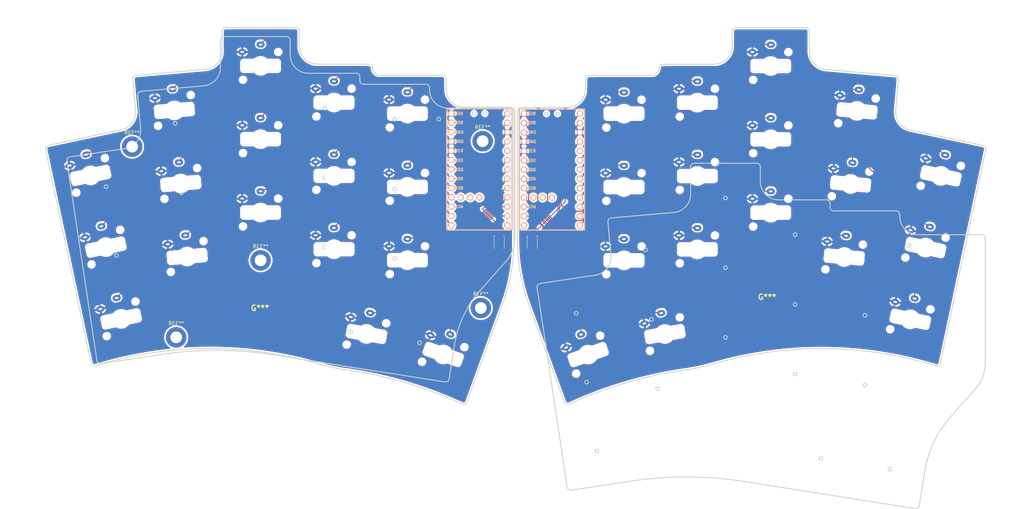
<source format=kicad_pcb>
(kicad_pcb (version 20241229) (generator "pcbnew") (generator_version "9.0")
  (layers (0 "F.Cu" signal) (2 "B.Cu" signal) (13 "F.Paste" user) (15 "B.Paste" user) (5 "F.SilkS" user "F.Silkscreen") (7 "B.SilkS" user "B.Silkscreen") (1 "F.Mask" user) (3 "B.Mask" user) (25 "Edge.Cuts" user))
  (net 0 "")
  (net 1 "GND")
  (net 2 "S3")
  (net 3 "S4")
  (net 4 "S5")
  (net 5 "S8")
  (net 6 "S9")
  (net 7 "S10")
  (net 8 "S13")
  (net 9 "S14")
  (net 10 "S15")
  (net 11 "S16")
  (net 12 "S17")
  (net 13 "S1_R")
  (net 14 "S2_R")
  (net 15 "S3_R")
  (net 16 "S4_R")
  (net 17 "S5_R")
  (net 18 "S6_R")
  (net 19 "S7_R")
  (net 20 "S8_R")
  (net 21 "S9_R")
  (net 22 "S10_R")
  (net 23 "S11_R")
  (net 24 "S12_R")
  (net 25 "S13_R")
  (net 26 "S14_R")
  (net 27 "S15_R")
  (net 28 "S16_R")
  (net 29 "S17_R")
  (net 30 "VBAT")
  (net 31 "EXT_VCC")
  (net 32 "RESET")
  (net 33 "S7")
  (net 34 "S11")
  (net 35 "S2")
  (net 36 "S1")
  (net 37 "S12")
  (net 38 "S6")
  (net 43 "BAT+")
  (footprint "graphics:logoprojectmauskeys" (layer "F.Cu") (at 79.842351 93)
    (property "Reference" "G***")
    (property "Value" "LOGO" (hide yes))
  )
  (footprint "reset:SW_RESET" (layer "F.Cu") (at 145 75 90)
    (property "Reference" "RSW1" (hide yes))
    (property "Value" "SW_Push")
  )
  (footprint "Switches:keyswitch_cherrymx_alps_choc12_slots_1u" (layer "F.Cu") (at 239 79.087651 -5)
    (property "Reference" "SwitchR_14" (hide yes))
    (property "Value" "~" (hide yes))
    (fp_line (start -5.3 1) (end -5.3 -1) (stroke (width 0.05)) (layer "Edge.Cuts"))
    (fp_line (start 4.8 1.5) (end -4.8 1.499999) (stroke (width 0.05)) (layer "Edge.Cuts"))
    (fp_line (start 4.8 -1.5) (end -4.799999 -1.5) (stroke (width 0.05)) (layer "Edge.Cuts"))
    (fp_line (start 5.3 -1) (end 5.3 1) (stroke (width 0.05)) (layer "Edge.Cuts"))
    (fp_arc (start -5.3 -1) (mid -5.153553 -1.353553) (end -4.8 -1.5) (stroke (width 0.05)) (layer "Edge.Cuts"))
    (fp_arc (start -4.800001 1.500001) (mid -5.153554 1.353552) (end -5.300001 1.000001) (stroke (width 0.05)) (layer "Edge.Cuts"))
    (fp_arc (start 4.8 -1.5) (mid 5.153553 -1.353553) (end 5.3 -1) (stroke (width 0.05)) (layer "Edge.Cuts"))
    (fp_arc (start 5.3 1) (mid 5.153553 1.353553) (end 4.8 1.5) (stroke (width 0.05)) (layer "Edge.Cuts"))
  )
  (footprint "Switches:keyswitch_cherrymx_alps_choc12_slots_1u" (layer "F.Cu") (at 100 36.962349)
    (property "Reference" "Switch4" (hide yes))
    (property "Value" "~" (hide yes))
    (fp_line (start -5.3 1) (end -5.3 -1) (stroke (width 0.05)) (layer "Edge.Cuts"))
    (fp_line (start 4.8 -1.5) (end -4.799999 -1.5) (stroke (width 0.05)) (layer "Edge.Cuts"))
    (fp_line (start 4.8 1.5) (end -4.8 1.499999) (stroke (width 0.05)) (layer "Edge.Cuts"))
    (fp_line (start 5.3 -1) (end 5.3 1) (stroke (width 0.05)) (layer "Edge.Cuts"))
    (fp_arc (start -5.3 -1) (mid -5.153553 -1.353553) (end -4.8 -1.5) (stroke (width 0.05)) (layer "Edge.Cuts"))
    (fp_arc (start -4.800001 1.500001) (mid -5.153554 1.353554) (end -5.300001 1.000001) (stroke (width 0.05)) (layer "Edge.Cuts"))
    (fp_arc (start 4.8 -1.5) (mid 5.153553 -1.353553) (end 5.3 -1) (stroke (width 0.05)) (layer "Edge.Cuts"))
    (fp_arc (start 5.3 1) (mid 5.153553 1.353553) (end 4.8 1.5) (stroke (width 0.05)) (layer "Edge.Cuts"))
  )
  (footprint "Switches:keyswitch_cherrymx_alps_choc12_slots_1u" (layer "F.Cu") (at 179 80)
    (property "Reference" "SwitchR_11" (hide yes))
    (property "Value" "~" (hide yes))
    (fp_line (start -5.3 1) (end -5.3 -1) (stroke (width 0.05)) (layer "Edge.Cuts"))
    (fp_line (start 4.8 -1.5) (end -4.799999 -1.5) (stroke (width 0.05)) (layer "Edge.Cuts"))
    (fp_line (start 4.8 1.5) (end -4.8 1.499999) (stroke (width 0.05)) (layer "Edge.Cuts"))
    (fp_line (start 5.3 -1) (end 5.3 1) (stroke (width 0.05)) (layer "Edge.Cuts"))
    (fp_arc (start -5.3 -1) (mid -5.153553 -1.353553) (end -4.8 -1.5) (stroke (width 0.05)) (layer "Edge.Cuts"))
    (fp_arc (start -4.800001 1.500001) (mid -5.153554 1.353554) (end -5.300001 1.000001) (stroke (width 0.05)) (layer "Edge.Cuts"))
    (fp_arc (start 4.8 -1.5) (mid 5.153553 -1.353553) (end 5.3 -1) (stroke (width 0.05)) (layer "Edge.Cuts"))
    (fp_arc (start 5.3 1) (mid 5.153553 1.353553) (end 4.8 1.5) (stroke (width 0.05)) (layer "Edge.Cuts"))
  )
  (footprint "Switches:keyswitch_cherrymx_alps_choc12_slots_1u" (layer "F.Cu") (at 190.14792 100.109085 10)
    (property "Reference" "SwitchR_17" (hide yes))
    (property "Value" "~" (hide yes))
    (fp_line (start -5.3 1) (end -5.3 -1) (stroke (width 0.05)) (layer "Edge.Cuts"))
    (fp_line (start 4.8 -1.5) (end -4.799998 -1.5) (stroke (width 0.05)) (layer "Edge.Cuts"))
    (fp_line (start 4.8 1.5) (end -4.8 1.499999) (stroke (width 0.05)) (layer "Edge.Cuts"))
    (fp_line (start 5.3 -1) (end 5.3 1) (stroke (width 0.05)) (layer "Edge.Cuts"))
    (fp_arc (start -5.3 -1) (mid -5.153553 -1.353553) (end -4.8 -1.5) (stroke (width 0.05)) (layer "Edge.Cuts"))
    (fp_arc (start -4.800001 1.500001) (mid -5.153554 1.353554) (end -5.300001 1.000001) (stroke (width 0.05)) (layer "Edge.Cuts"))
    (fp_arc (start 4.8 -1.5) (mid 5.153553 -1.353553) (end 5.3 -1) (stroke (width 0.05)) (layer "Edge.Cuts"))
    (fp_arc (start 5.3 1) (mid 5.153553 1.353553) (end 4.8 1.5) (stroke (width 0.05)) (layer "Edge.Cuts"))
  )
  (footprint "Switches:keyswitch_cherrymx_alps_choc12_slots_1u" (layer "F.Cu") (at 219 47)
    (property "Reference" "SwitchR_8" (hide yes))
    (property "Value" "~" (hide yes))
    (fp_line (start -5.3 1) (end -5.3 -1) (stroke (width 0.05)) (layer "Edge.Cuts"))
    (fp_line (start 4.8 -1.5) (end -4.799999 -1.5) (stroke (width 0.05)) (layer "Edge.Cuts"))
    (fp_line (start 4.8 1.5) (end -4.8 1.499999) (stroke (width 0.05)) (layer "Edge.Cuts"))
    (fp_line (start 5.3 -1) (end 5.3 1) (stroke (width 0.05)) (layer "Edge.Cuts"))
    (fp_arc (start -5.3 -1) (mid -5.153553 -1.353553) (end -4.8 -1.5) (stroke (width 0.05)) (layer "Edge.Cuts"))
    (fp_arc (start -4.800001 1.500001) (mid -5.153554 1.353554) (end -5.300001 1.000001) (stroke (width 0.05)) (layer "Edge.Cuts"))
    (fp_arc (start 4.8 -1.5) (mid 5.153553 -1.353553) (end 5.3 -1) (stroke (width 0.05)) (layer "Edge.Cuts"))
    (fp_arc (start 5.3 1) (mid 5.153553 1.353553) (end 4.8 1.5) (stroke (width 0.05)) (layer "Edge.Cuts"))
  )
  (footprint "reset:MountingHole_3.2mm_M3_DIN965_Pad" (layer "F.Cu") (at 45 49)
    (property "Reference" "REF**")
    (property "Value" "MountingHole_3.2mm_M3_DIN965_Pad")
  )
  (footprint "switch_button:smt-slider-switch" (layer "F.Cu") (at 159.385 40.005)
    (property "Reference" "SW_POWER2" (hide yes))
    (property "Value" "SW_SPDT")
  )
  (footprint "Switches:keyswitch_cherrymx_alps_choc12_slots_1u" (layer "F.Cu") (at 219 27)
    (property "Reference" "SwitchR_3" (hide yes))
    (property "Value" "~" (hide yes))
    (fp_line (start -5.3 1) (end -5.3 -1) (stroke (width 0.05)) (layer "Edge.Cuts"))
    (fp_line (start 4.8 -1.5) (end -4.799999 -1.5) (stroke (width 0.05)) (layer "Edge.Cuts"))
    (fp_line (start 4.8 1.5) (end -4.8 1.499999) (stroke (width 0.05)) (layer "Edge.Cuts"))
    (fp_line (start 5.3 -1) (end 5.3 1) (stroke (width 0.05)) (layer "Edge.Cuts"))
    (fp_arc (start -5.3 -1) (mid -5.153553 -1.353553) (end -4.8 -1.5) (stroke (width 0.05)) (layer "Edge.Cuts"))
    (fp_arc (start -4.800001 1.500001) (mid -5.153554 1.353554) (end -5.300001 1.000001) (stroke (width 0.05)) (layer "Edge.Cuts"))
    (fp_arc (start 4.8 -1.5) (mid 5.153553 -1.353553) (end 5.3 -1) (stroke (width 0.05)) (layer "Edge.Cuts"))
    (fp_arc (start 5.3 1) (mid 5.153553 1.353553) (end 4.8 1.5) (stroke (width 0.05)) (layer "Edge.Cuts"))
  )
  (footprint "reset:MountingHole_3.2mm_M3_DIN965_Pad" (layer "F.Cu") (at 140.5 47.5)
    (property "Reference" "REF**")
    (property "Value" "MountingHole_3.2mm_M3_DIN965_Pad")
  )
  (footprint "Switches:keyswitch_cherrymx_alps_choc12_slots_1u" (layer "F.Cu") (at 56.51377 39.114561 5)
    (property "Reference" "Switch2" (hide yes))
    (property "Value" "~" (hide yes))
    (fp_line (start -5.3 1) (end -5.3 -1) (stroke (width 0.05)) (layer "Edge.Cuts"))
    (fp_line (start 4.8 -1.5) (end -4.799999 -1.5) (stroke (width 0.05)) (layer "Edge.Cuts"))
    (fp_line (start 4.8 1.5) (end -4.8 1.499999) (stroke (width 0.05)) (layer "Edge.Cuts"))
    (fp_line (start 5.3 -1) (end 5.3 1) (stroke (width 0.05)) (layer "Edge.Cuts"))
    (fp_arc (start -5.3 -1) (mid -5.153553 -1.353553) (end -4.8 -1.5) (stroke (width 0.05)) (layer "Edge.Cuts"))
    (fp_arc (start -4.800001 1.500001) (mid -5.153554 1.353554) (end -5.300001 1.000001) (stroke (width 0.05)) (layer "Edge.Cuts"))
    (fp_arc (start 4.8 -1.5) (mid 5.153553 -1.353553) (end 5.3 -1) (stroke (width 0.05)) (layer "Edge.Cuts"))
    (fp_arc (start 5.3 1) (mid 5.153553 1.353553) (end 4.8 1.5) (stroke (width 0.05)) (layer "Edge.Cuts"))
  )
  (footprint "Switches:keyswitch_cherrymx_alps_choc12_slots_1u" (layer "F.Cu") (at 37.841766 76.399397 12)
    (property "Reference" "Switch6" (hide yes))
    (property "Value" "~" (hide yes))
    (fp_line (start -5.3 1) (end -5.3 -1) (stroke (width 0.05)) (layer "Edge.Cuts"))
    (fp_line (start 4.8 -1.5) (end -4.799999 -1.5) (stroke (width 0.05)) (layer "Edge.Cuts"))
    (fp_line (start 5.3 -1) (end 5.3 1) (stroke (width 0.05)) (layer "Edge.Cuts"))
    (fp_line (start 4.8 1.5) (end -4.8 1.499999) (stroke (width 0.05)) (layer "Edge.Cuts"))
    (fp_arc (start -5.3 -1) (mid -5.153553 -1.353553) (end -4.8 -1.5) (stroke (width 0.05)) (layer "Edge.Cuts"))
    (fp_arc (start -4.800001 1.500001) (mid -5.153554 1.353554) (end -5.300001 1.000001) (stroke (width 0.05)) (layer "Edge.Cuts"))
    (fp_arc (start 4.8 -1.5) (mid 5.153553 -1.353553) (end 5.3 -1) (stroke (width 0.05)) (layer "Edge.Cuts"))
    (fp_arc (start 5.3 1) (mid 5.153553 1.353553) (end 4.8 1.5) (stroke (width 0.05)) (layer "Edge.Cuts"))
  )
  (footprint "Microcontroller:nice_nano" (layer "F.Cu") (at 139.62 39.962349)
    (property "Reference" "NNV2" (hide yes))
    (property "Value" "~" (hide yes))
  )
  (footprint "switch_button:smt-slider-switch" (layer "F.Cu") (at 139.62 39.962349)
    (property "Reference" "SW_POWER1" (hide yes))
    (property "Value" "SW_SPDT")
  )
  (footprint "Switches:keyswitch_cherrymx_alps_choc12_slots_1u" (layer "F.Cu") (at 242.48623 39.239863 -5)
    (property "Reference" "SwitchR_4" (hide yes))
    (property "Value" "~" (hide yes))
    (fp_line (start -5.3 1) (end -5.3 -1) (stroke (width 0.05)) (layer "Edge.Cuts"))
    (fp_line (start 4.8 1.5) (end -4.8 1.499999) (stroke (width 0.05)) (layer "Edge.Cuts"))
    (fp_line (start 4.8 -1.5) (end -4.799999 -1.5) (stroke (width 0.05)) (layer "Edge.Cuts"))
    (fp_line (start 5.3 -1) (end 5.3 1) (stroke (width 0.05)) (layer "Edge.Cuts"))
    (fp_arc (start -5.3 -1) (mid -5.153553 -1.353553) (end -4.8 -1.5) (stroke (width 0.05)) (layer "Edge.Cuts"))
    (fp_arc (start -4.800001 1.500001) (mid -5.153554 1.353552) (end -5.300001 1.000001) (stroke (width 0.05)) (layer "Edge.Cuts"))
    (fp_arc (start 4.8 -1.5) (mid 5.153553 -1.353553) (end 5.3 -1) (stroke (width 0.05)) (layer "Edge.Cuts"))
    (fp_arc (start 5.3 1) (mid 5.153553 1.353553) (end 4.8 1.5) (stroke (width 0.05)) (layer "Edge.Cuts"))
  )
  (footprint "Switches:keyswitch_cherrymx_alps_choc12_slots_1u" (layer "F.Cu") (at 60 78.962349 5)
    (property "Reference" "Switch12" (hide yes))
    (property "Value" "~" (hide yes))
    (fp_line (start -5.3 1) (end -5.3 -1) (stroke (width 0.05)) (layer "Edge.Cuts"))
    (fp_line (start 4.8 -1.5) (end -4.799999 -1.5) (stroke (width 0.05)) (layer "Edge.Cuts"))
    (fp_line (start 4.8 1.5) (end -4.8 1.499999) (stroke (width 0.05)) (layer "Edge.Cuts"))
    (fp_line (start 5.3 -1) (end 5.3 1) (stroke (width 0.05)) (layer "Edge.Cuts"))
    (fp_arc (start -5.3 -1) (mid -5.153553 -1.353553) (end -4.8 -1.5) (stroke (width 0.05)) (layer "Edge.Cuts"))
    (fp_arc (start -4.800001 1.500001) (mid -5.153554 1.353554) (end -5.300001 1.000001) (stroke (width 0.05)) (layer "Edge.Cuts"))
    (fp_arc (start 4.8 -1.5) (mid 5.153553 -1.353553) (end 5.3 -1) (stroke (width 0.05)) (layer "Edge.Cuts"))
    (fp_arc (start 5.3 1) (mid 5.153553 1.353553) (end 4.8 1.5) (stroke (width 0.05)) (layer "Edge.Cuts"))
  )
  (footprint "Switches:keyswitch_cherrymx_alps_choc12_slots_1u" (layer "F.Cu") (at 80 66.962349)
    (property "Reference" "Switch13" (hide yes))
    (property "Value" "~" (hide yes))
    (fp_line (start -5.3 1) (end -5.3 -1) (stroke (width 0.05)) (layer "Edge.Cuts"))
    (fp_line (start 4.8 -1.5) (end -4.799999 -1.5) (stroke (width 0.05)) (layer "Edge.Cuts"))
    (fp_line (start 4.8 1.5) (end -4.8 1.499999) (stroke (width 0.05)) (layer "Edge.Cuts"))
    (fp_line (start 5.3 -1) (end 5.3 1) (stroke (width 0.05)) (layer "Edge.Cuts"))
    (fp_arc (start -5.3 -1) (mid -5.153553 -1.353553) (end -4.8 -1.5) (stroke (width 0.05)) (layer "Edge.Cuts"))
    (fp_arc (start -4.800001 1.500001) (mid -5.153554 1.353554) (end -5.300001 1.000001) (stroke (width 0.05)) (layer "Edge.Cuts"))
    (fp_arc (start 4.8 -1.5) (mid 5.153553 -1.353553) (end 5.3 -1) (stroke (width 0.05)) (layer "Edge.Cuts"))
    (fp_arc (start 5.3 1) (mid 5.153553 1.353553) (end 4.8 1.5) (stroke (width 0.05)) (layer "Edge.Cuts"))
  )
  (footprint "Switches:keyswitch_cherrymx_alps_choc12_slots_1u" (layer "F.Cu") (at 169.243696 105.710356 19.35)
    (property "Reference" "SwitchR_16" (hide yes))
    (property "Value" "~" (hide yes))
    (fp_line (start -5.3 1) (end -5.3 -1) (stroke (width 0.05)) (layer "Edge.Cuts"))
    (fp_line (start 4.8 -1.5) (end -4.799999 -1.5) (stroke (width 0.05)) (layer "Edge.Cuts"))
    (fp_line (start 5.3 -1) (end 5.3 1) (stroke (width 0.05)) (layer "Edge.Cuts"))
    (fp_line (start 4.8 1.5) (end -4.8 1.499999) (stroke (width 0.05)) (layer "Edge.Cuts"))
    (fp_arc (start -5.3 -1) (mid -5.153553 -1.353553) (end -4.8 -1.5) (stroke (width 0.05)) (layer "Edge.Cuts"))
    (fp_arc (start -4.800001 1.500001) (mid -5.153554 1.353554) (end -5.300001 1.000001) (stroke (width 0.05)) (layer "Edge.Cuts"))
    (fp_arc (start 4.8 -1.5) (mid 5.153553 -1.353553) (end 5.3 -1) (stroke (width 0.05)) (layer "Edge.Cuts"))
    (fp_arc (start 5.3 1) (mid 5.153553 1.353553) (end 4.8 1.5) (stroke (width 0.05)) (layer "Edge.Cuts"))
  )
  (footprint "Switches:keyswitch_cherrymx_alps_choc12_slots_1u" (layer "F.Cu") (at 80 46.962349)
    (property "Reference" "Switch8" (hide yes))
    (property "Value" "~" (hide yes))
    (fp_line (start -5.3 1) (end -5.3 -1) (stroke (width 0.05)) (layer "Edge.Cuts"))
    (fp_line (start 4.8 -1.5) (end -4.799999 -1.5) (stroke (width 0.05)) (layer "Edge.Cuts"))
    (fp_line (start 4.8 1.5) (end -4.8 1.499999) (stroke (width 0.05)) (layer "Edge.Cuts"))
    (fp_line (start 5.3 -1) (end 5.3 1) (stroke (width 0.05)) (layer "Edge.Cuts"))
    (fp_arc (start -5.3 -1) (mid -5.153553 -1.353553) (end -4.8 -1.5) (stroke (width 0.05)) (layer "Edge.Cuts"))
    (fp_arc (start -4.800001 1.500001) (mid -5.153554 1.353554) (end -5.300001 1.000001) (stroke (width 0.05)) (layer "Edge.Cuts"))
    (fp_arc (start 4.8 -1.5) (mid 5.153553 -1.353553) (end 5.3 -1) (stroke (width 0.05)) (layer "Edge.Cuts"))
    (fp_arc (start 5.3 1) (mid 5.153553 1.353553) (end 4.8 1.5) (stroke (width 0.05)) (layer "Edge.Cuts"))
  )
  (footprint "Switches:keyswitch_cherrymx_alps_choc12_slots_1u" (layer "F.Cu") (at 120 79.962349)
    (property "Reference" "Switch15" (hide yes))
    (property "Value" "~" (hide yes))
    (fp_line (start -5.3 1) (end -5.3 -1) (stroke (width 0.05)) (layer "Edge.Cuts"))
    (fp_line (start 4.8 -1.5) (end -4.799999 -1.5) (stroke (width 0.05)) (layer "Edge.Cuts"))
    (fp_line (start 4.8 1.5) (end -4.8 1.499999) (stroke (width 0.05)) (layer "Edge.Cuts"))
    (fp_line (start 5.3 -1) (end 5.3 1) (stroke (width 0.05)) (layer "Edge.Cuts"))
    (fp_arc (start -5.3 -1) (mid -5.153553 -1.353553) (end -4.8 -1.5) (stroke (width 0.05)) (layer "Edge.Cuts"))
    (fp_arc (start -4.800001 1.500001) (mid -5.153554 1.353554) (end -5.300001 1.000001) (stroke (width 0.05)) (layer "Edge.Cuts"))
    (fp_arc (start 4.8 -1.5) (mid 5.153553 -1.353553) (end 5.3 -1) (stroke (width 0.05)) (layer "Edge.Cuts"))
    (fp_arc (start 5.3 1) (mid 5.153553 1.353553) (end 4.8 1.5) (stroke (width 0.05)) (layer "Edge.Cuts"))
  )
  (footprint "Switches:keyswitch_cherrymx_alps_choc12_slots_1u" (layer "F.Cu") (at 120 39.962349)
    (property "Reference" "Switch5" (hide yes))
    (property "Value" "~" (hide yes))
    (fp_line (start -5.3 1) (end -5.3 -1) (stroke (width 0.05)) (layer "Edge.Cuts"))
    (fp_line (start 4.8 -1.5) (end -4.799999 -1.5) (stroke (width 0.05)) (layer "Edge.Cuts"))
    (fp_line (start 4.8 1.5) (end -4.8 1.499999) (stroke (width 0.05)) (layer "Edge.Cuts"))
    (fp_line (start 5.3 -1) (end 5.3 1) (stroke (width 0.05)) (layer "Edge.Cuts"))
    (fp_arc (start -5.3 -1) (mid -5.153553 -1.353553) (end -4.8 -1.5) (stroke (width 0.05)) (layer "Edge.Cuts"))
    (fp_arc (start -4.800001 1.500001) (mid -5.153554 1.353554) (end -5.300001 1.000001) (stroke (width 0.05)) (layer "Edge.Cuts"))
    (fp_arc (start 4.8 -1.5) (mid 5.153553 -1.353553) (end 5.3 -1) (stroke (width 0.05)) (layer "Edge.Cuts"))
    (fp_arc (start 5.3 1) (mid 5.153553 1.353553) (end 4.8 1.5) (stroke (width 0.05)) (layer "Edge.Cuts"))
  )
  (footprint "Switches:keyswitch_cherrymx_alps_choc12_slots_1u" (layer "F.Cu") (at 199 37)
    (property "Reference" "SwitchR_2" (hide yes))
    (property "Value" "~" (hide yes))
    (fp_line (start -5.3 1) (end -5.3 -1) (stroke (width 0.05)) (layer "Edge.Cuts"))
    (fp_line (start 4.8 -1.5) (end -4.799999 -1.5) (stroke (width 0.05)) (layer "Edge.Cuts"))
    (fp_line (start 4.8 1.5) (end -4.8 1.499999) (stroke (width 0.05)) (layer "Edge.Cuts"))
    (fp_line (start 5.3 -1) (end 5.3 1) (stroke (width 0.05)) (layer "Edge.Cuts"))
    (fp_arc (start -5.3 -1) (mid -5.153553 -1.353553) (end -4.8 -1.5) (stroke (width 0.05)) (layer "Edge.Cuts"))
    (fp_arc (start -4.800001 1.500001) (mid -5.153554 1.353554) (end -5.300001 1.000001) (stroke (width 0.05)) (layer "Edge.Cuts"))
    (fp_arc (start 4.8 -1.5) (mid 5.153553 -1.353553) (end 5.3 -1) (stroke (width 0.05)) (layer "Edge.Cuts"))
    (fp_arc (start 5.3 1) (mid 5.153553 1.353553) (end 4.8 1.5) (stroke (width 0.05)) (layer "Edge.Cuts"))
  )
  (footprint "Switches:keyswitch_cherrymx_alps_choc12_slots_1u" (layer "F.Cu") (at 179 60)
    (property "Reference" "SwitchR_6" (hide yes))
    (property "Value" "~" (hide yes))
    (fp_line (start -5.3 1) (end -5.3 -1) (stroke (width 0.05)) (layer "Edge.Cuts"))
    (fp_line (start 4.8 -1.5) (end -4.799999 -1.5) (stroke (width 0.05)) (layer "Edge.Cuts"))
    (fp_line (start 4.8 1.5) (end -4.8 1.499999) (stroke (width 0.05)) (layer "Edge.Cuts"))
    (fp_line (start 5.3 -1) (end 5.3 1) (stroke (width 0.05)) (layer "Edge.Cuts"))
    (fp_arc (start -5.3 -1) (mid -5.153553 -1.353553) (end -4.8 -1.5) (stroke (width 0.05)) (layer "Edge.Cuts"))
    (fp_arc (start -4.800001 1.500001) (mid -5.153554 1.353554) (end -5.300001 1.000001) (stroke (width 0.05)) (layer "Edge.Cuts"))
    (fp_arc (start 4.8 -1.5) (mid 5.153553 -1.353553) (end 5.3 -1) (stroke (width 0.05)) (layer "Edge.Cuts"))
    (fp_arc (start 5.3 1) (mid 5.153553 1.353553) (end 4.8 1.5) (stroke (width 0.05)) (layer "Edge.Cuts"))
  )
  (footprint "reset:MountingHole_3.2mm_M3_DIN965_Pad" (layer "F.Cu") (at 80 80)
    (property "Reference" "REF**")
    (property "Value" "MountingHole_3.2mm_M3_DIN965_Pad")
  )
  (footprint "Switches:keyswitch_cherrymx_alps_choc12_slots_1u" (layer "F.Cu") (at 129.756304 105.672705 -19.35)
    (property "Reference" "Switch17" (hide yes))
    (property "Value" "~" (hide yes))
    (fp_line (start -5.3 1) (end -5.3 -1) (stroke (width 0.05)) (layer "Edge.Cuts"))
    (fp_line (start 4.8 1.5) (end -4.8 1.499999) (stroke (width 0.05)) (layer "Edge.Cuts"))
    (fp_line (start 4.8 -1.5) (end -4.799999 -1.5) (stroke (width 0.05)) (layer "Edge.Cuts"))
    (fp_line (start 5.3 -1) (end 5.3 1) (stroke (width 0.05)) (layer "Edge.Cuts"))
    (fp_arc (start -4.800001 1.500001) (mid -5.153554 1.353554) (end -5.300001 1.000001) (stroke (width 0.05)) (layer "Edge.Cuts"))
    (fp_arc (start -5.3 -1) (mid -5.153553 -1.353553) (end -4.8 -1.5) (stroke (width 0.05)) (layer "Edge.Cuts"))
    (fp_arc (start 5.3 1) (mid 5.153553 1.353553) (end 4.8 1.5) (stroke (width 0.05)) (layer "Edge.Cuts"))
    (fp_arc (start 4.8 -1.5) (mid 5.153553 -1.353553) (end 5.3 -1) (stroke (width 0.05)) (layer "Edge.Cuts"))
  )
  (footprint "Switches:keyswitch_cherrymx_alps_choc12_slots_1u" (layer "F.Cu") (at 58.256885 59.038455 5)
    (property "Reference" "Switch7" (hide yes))
    (property "Value" "~" (hide yes))
    (fp_line (start -5.3 1) (end -5.3 -1) (stroke (width 0.05)) (layer "Edge.Cuts"))
    (fp_line (start 4.8 -1.5) (end -4.799999 -1.5) (stroke (width 0.05)) (layer "Edge.Cuts"))
    (fp_line (start 4.8 1.5) (end -4.8 1.499999) (stroke (width 0.05)) (layer "Edge.Cuts"))
    (fp_line (start 5.3 -1) (end 5.3 1) (stroke (width 0.05)) (layer "Edge.Cuts"))
    (fp_arc (start -5.3 -1) (mid -5.153553 -1.353553) (end -4.8 -1.5) (stroke (width 0.05)) (layer "Edge.Cuts"))
    (fp_arc (start -4.800001 1.500001) (mid -5.153554 1.353554) (end -5.300001 1.000001) (stroke (width 0.05)) (layer "Edge.Cuts"))
    (fp_arc (start 4.8 -1.5) (mid 5.153553 -1.353553) (end 5.3 -1) (stroke (width 0.05)) (layer "Edge.Cuts"))
    (fp_arc (start 5.3 1) (mid 5.153553 1.353553) (end 4.8 1.5) (stroke (width 0.05)) (layer "Edge.Cuts"))
  )
  (footprint "Switches:keyswitch_cherrymx_alps_choc12_slots_1u" (layer "F.Cu") (at 100 76.962349)
    (property "Reference" "Switch14" (hide yes))
    (property "Value" "~" (hide yes))
    (fp_line (start -5.3 1) (end -5.3 -1) (stroke (width 0.05)) (layer "Edge.Cuts"))
    (fp_line (start 4.8 -1.5) (end -4.799999 -1.5) (stroke (width 0.05)) (layer "Edge.Cuts"))
    (fp_line (start 4.8 1.5) (end -4.8 1.499999) (stroke (width 0.05)) (layer "Edge.Cuts"))
    (fp_line (start 5.3 -1) (end 5.3 1) (stroke (width 0.05)) (layer "Edge.Cuts"))
    (fp_arc (start -5.3 -1) (mid -5.153553 -1.353553) (end -4.8 -1.5) (stroke (width 0.05)) (layer "Edge.Cuts"))
    (fp_arc (start -4.800001 1.500001) (mid -5.153554 1.353554) (end -5.300001 1.000001) (stroke (width 0.05)) (layer "Edge.Cuts"))
    (fp_arc (start 4.8 -1.5) (mid 5.153553 -1.353553) (end 5.3 -1) (stroke (width 0.05)) (layer "Edge.Cuts"))
    (fp_arc (start 5.3 1) (mid 5.153553 1.353553) (end 4.8 1.5) (stroke (width 0.05)) (layer "Edge.Cuts"))
  )
  (footprint "Switches:keyswitch_cherrymx_alps_choc12_slots_1u" (layer "F.Cu") (at 265.316468 56.961747 -12)
    (property "Reference" "SwitchR_5" (hide yes))
    (property "Value" "~" (hide yes))
    (fp_line (start -5.3 1) (end -5.3 -1) (stroke (width 0.05)) (layer "Edge.Cuts"))
    (fp_line (start 4.8 1.5) (end -4.8 1.499999) (stroke (width 0.05)) (layer "Edge.Cuts"))
    (fp_line (start 4.8 -1.5) (end -4.799999 -1.5) (stroke (width 0.05)) (layer "Edge.Cuts"))
    (fp_line (start 5.3 -1) (end 5.3 1) (stroke (width 0.05)) (layer "Edge.Cuts"))
    (fp_arc (start -4.800001 1.500001) (mid -5.153554 1.353554) (end -5.300001 1.000001) (stroke (width 0.05)) (layer "Edge.Cuts"))
    (fp_arc (start -5.3 -1) (mid -5.153553 -1.353553) (end -4.8 -1.5) (stroke (width 0.05)) (layer "Edge.Cuts"))
    (fp_arc (start 5.3 1) (mid 5.153553 1.353553) (end 4.8 1.5) (stroke (width 0.05)) (layer "Edge.Cuts"))
    (fp_arc (start 4.8 -1.5) (mid 5.153553 -1.353553) (end 5.3 -1) (stroke (width 0.05)) (layer "Edge.Cuts"))
  )
  (footprint "reset:SW_RESET" (layer "F.Cu") (at 154 75 90)
    (property "Reference" "RSW2" (hide yes))
    (property "Value" "SW_Push")
  )
  (footprint "Switches:keyswitch_cherrymx_alps_choc12_slots_1u" (layer "F.Cu") (at 120 59.962349)
    (property "Reference" "Switch10" (hide yes))
    (property "Value" "~" (hide yes))
    (fp_line (start -5.3 1) (end -5.3 -1) (stroke (width 0.05)) (layer "Edge.Cuts"))
    (fp_line (start 4.8 -1.5) (end -4.799999 -1.5) (stroke (width 0.05)) (layer "Edge.Cuts"))
    (fp_line (start 4.8 1.5) (end -4.8 1.499999) (stroke (width 0.05)) (layer "Edge.Cuts"))
    (fp_line (start 5.3 -1) (end 5.3 1) (stroke (width 0.05)) (layer "Edge.Cuts"))
    (fp_arc (start -5.3 -1) (mid -5.153553 -1.353553) (end -4.8 -1.5) (stroke (width 0.05)) (layer "Edge.Cuts"))
    (fp_arc (start -4.800001 1.500001) (mid -5.153554 1.353554) (end -5.300001 1.000001) (stroke (width 0.05)) (layer "Edge.Cuts"))
    (fp_arc (start 4.8 -1.5) (mid 5.153553 -1.353553) (end 5.3 -1) (stroke (width 0.05)) (layer "Edge.Cuts"))
    (fp_arc (start 5.3 1) (mid 5.153553 1.353553) (end 4.8 1.5) (stroke (width 0.05)) (layer "Edge.Cuts"))
  )
  (footprint "Switches:keyswitch_cherrymx_alps_choc12_slots_1u" (layer "F.Cu") (at 219 67)
    (property "Reference" "SwitchR_13" (hide yes))
    (property "Value" "~" (hide yes))
    (fp_line (start -5.3 1) (end -5.3 -1) (stroke (width 0.05)) (layer "Edge.Cuts"))
    (fp_line (start 4.8 -1.5) (end -4.799999 -1.5) (stroke (width 0.05)) (layer "Edge.Cuts"))
    (fp_line (start 4.8 1.5) (end -4.8 1.499999) (stroke (width 0.05)) (layer "Edge.Cuts"))
    (fp_line (start 5.3 -1) (end 5.3 1) (stroke (width 0.05)) (layer "Edge.Cuts"))
    (fp_arc (start -5.3 -1) (mid -5.153553 -1.353553) (end -4.8 -1.5) (stroke (width 0.05)) (layer "Edge.Cuts"))
    (fp_arc (start -4.800001 1.500001) (mid -5.153554 1.353554) (end -5.300001 1.000001) (stroke (width 0.05)) (layer "Edge.Cuts"))
    (fp_arc (start 4.8 -1.5) (mid 5.153553 -1.353553) (end 5.3 -1) (stroke (width 0.05)) (layer "Edge.Cuts"))
    (fp_arc (start 5.3 1) (mid 5.153553 1.353553) (end 4.8 1.5) (stroke (width 0.05)) (layer "Edge.Cuts"))
  )
  (footprint "Microcontroller:nice_nano" (layer "F.Cu") (at 159.38 40)
    (property "Reference" "NNV2_R1" (hide yes))
    (property "Value" "~" (hide yes))
  )
  (footprint "Switches:keyswitch_cherrymx_alps_choc12_slots_1u" (layer "F.Cu") (at 261.158234 76.524699 -12)
    (property "Reference" "SwitchR_10" (hide yes))
    (property "Value" "~" (hide yes))
    (fp_line (start -5.3 1) (end -5.3 -1) (stroke (width 0.05)) (layer "Edge.Cuts"))
    (fp_line (start 4.8 1.5) (end -4.8 1.499999) (stroke (width 0.05)) (layer "Edge.Cuts"))
    (fp_line (start 4.8 -1.5) (end -4.799999 -1.5) (stroke (width 0.05)) (layer "Edge.Cuts"))
    (fp_line (start 5.3 -1) (end 5.3 1) (stroke (width 0.05)) (layer "Edge.Cuts"))
    (fp_arc (start -4.800001 1.500001) (mid -5.153554 1.353554) (end -5.300001 1.000001) (stroke (width 0.05)) (layer "Edge.Cuts"))
    (fp_arc (start -5.3 -1) (mid -5.153553 -1.353553) (end -4.8 -1.5) (stroke (width 0.05)) (layer "Edge.Cuts"))
    (fp_arc (start 5.3 1) (mid 5.153553 1.353553) (end 4.8 1.5) (stroke (width 0.05)) (layer "Edge.Cuts"))
    (fp_arc (start 4.8 -1.5) (mid 5.153553 -1.353553) (end 5.3 -1) (stroke (width 0.05)) (layer "Edge.Cuts"))
  )
  (footprint "Switches:keyswitch_cherrymx_alps_choc12_slots_1u" (layer "F.Cu") (at 257 96.087651 -12)
    (property "Reference" "SwitchR_15" (hide yes))
    (property "Value" "~" (hide yes))
    (fp_line (start -5.3 1) (end -5.3 -1) (stroke (width 0.05)) (layer "Edge.Cuts"))
    (fp_line (start 4.8 1.5) (end -4.8 1.499999) (stroke (width 0.05)) (layer "Edge.Cuts"))
    (fp_line (start 4.8 -1.5) (end -4.799999 -1.5) (stroke (width 0.05)) (layer "Edge.Cuts"))
    (fp_line (start 5.3 -1) (end 5.3 1) (stroke (width 0.05)) (layer "Edge.Cuts"))
    (fp_arc (start -4.800001 1.500001) (mid -5.153554 1.353554) (end -5.300001 1.000001) (stroke (width 0.05)) (layer "Edge.Cuts"))
    (fp_arc (start -5.3 -1) (mid -5.153553 -1.353553) (end -4.8 -1.5) (stroke (width 0.05)) (layer "Edge.Cuts"))
    (fp_arc (start 5.3 1) (mid 5.153553 1.353553) (end 4.8 1.5) (stroke (width 0.05)) (layer "Edge.Cuts"))
    (fp_arc (start 4.8 -1.5) (mid 5.153553 -1.353553) (end 5.3 -1) (stroke (width 0.05)) (layer "Edge.Cuts"))
  )
  (footprint "Switches:keyswitch_cherrymx_alps_choc12_slots_1u" (layer "F.Cu") (at 179 40)
    (property "Reference" "SwitchR_1" (hide yes))
    (property "Value" "~" (hide yes))
    (fp_line (start -5.3 1) (end -5.3 -1) (stroke (width 0.05)) (layer "Edge.Cuts"))
    (fp_line (start 4.8 -1.5) (end -4.799999 -1.5) (stroke (width 0.05)) (layer "Edge.Cuts"))
    (fp_line (start 4.8 1.5) (end -4.8 1.499999) (stroke (width 0.05)) (layer "Edge.Cuts"))
    (fp_line (start 5.3 -1) (end 5.3 1) (stroke (width 0.05)) (layer "Edge.Cuts"))
    (fp_arc (start -5.3 -1) (mid -5.153553 -1.353553) (end -4.8 -1.5) (stroke (width 0.05)) (layer "Edge.Cuts"))
    (fp_arc (start -4.800001 1.500001) (mid -5.153554 1.353554) (end -5.300001 1.000001) (stroke (width 0.05)) (layer "Edge.Cuts"))
    (fp_arc (start 4.8 -1.5) (mid 5.153553 -1.353553) (end 5.3 -1) (stroke (width 0.05)) (layer "Edge.Cuts"))
    (fp_arc (start 5.3 1) (mid 5.153553 1.353553) (end 4.8 1.5) (stroke (width 0.05)) (layer "Edge.Cuts"))
  )
  (footprint "Switches:keyswitch_cherrymx_alps_choc12_slots_1u" (layer "F.Cu") (at 240.743115 59.163757 -5)
    (property "Reference" "SwitchR_9" (hide yes))
    (property "Value" "~" (hide yes))
    (fp_line (start -5.3 1) (end -5.3 -1) (stroke (width 0.05)) (layer "Edge.Cuts"))
    (fp_line (start 4.8 1.5) (end -4.8 1.499999) (stroke (width 0.05)) (layer "Edge.Cuts"))
    (fp_line (start 4.8 -1.5) (end -4.799999 -1.5) (stroke (width 0.05)) (layer "Edge.Cuts"))
    (fp_line (start 5.3 -1) (end 5.3 1) (stroke (width 0.05)) (layer "Edge.Cuts"))
    (fp_arc (start -5.3 -1) (mid -5.153553 -1.353553) (end -4.8 -1.5) (stroke (width 0.05)) (layer "Edge.Cuts"))
    (fp_arc (start -4.800001 1.500001) (mid -5.153554 1.353552) (end -5.300001 1.000001) (stroke (width 0.05)) (layer "Edge.Cuts"))
    (fp_arc (start 4.8 -1.5) (mid 5.153553 -1.353553) (end 5.3 -1) (stroke (width 0.05)) (layer "Edge.Cuts"))
    (fp_arc (start 5.3 1) (mid 5.153553 1.353553) (end 4.8 1.5) (stroke (width 0.05)) (layer "Edge.Cuts"))
  )
  (footprint "Switches:keyswitch_cherrymx_alps_choc12_slots_1u" (layer "F.Cu") (at 80 26.962349)
    (property "Reference" "Switch3" (hide yes))
    (property "Value" "~" (hide yes))
    (fp_line (start -5.3 1) (end -5.3 -1) (stroke (width 0.05)) (layer "Edge.Cuts"))
    (fp_line (start 4.8 -1.5) (end -4.799999 -1.5) (stroke (width 0.05)) (layer "Edge.Cuts"))
    (fp_line (start 4.8 1.5) (end -4.8 1.499999) (stroke (width 0.05)) (layer "Edge.Cuts"))
    (fp_line (start 5.3 -1) (end 5.3 1) (stroke (width 0.05)) (layer "Edge.Cuts"))
    (fp_arc (start -5.3 -1) (mid -5.153553 -1.353553) (end -4.8 -1.5) (stroke (width 0.05)) (layer "Edge.Cuts"))
    (fp_arc (start -4.800001 1.500001) (mid -5.153554 1.353554) (end -5.300001 1.000001) (stroke (width 0.05)) (layer "Edge.Cuts"))
    (fp_arc (start 4.8 -1.5) (mid 5.153553 -1.353553) (end 5.3 -1) (stroke (width 0.05)) (layer "Edge.Cuts"))
    (fp_arc (start 5.3 1) (mid 5.153553 1.353553) (end 4.8 1.5) (stroke (width 0.05)) (layer "Edge.Cuts"))
  )
  (footprint "graphics:logoprojectmauskeys" (layer "F.Cu") (at 218 90)
    (property "Reference" "G***")
    (property "Value" "LOGO" (hide yes))
  )
  (footprint "Switches:keyswitch_cherrymx_alps_choc12_slots_1u" (layer "F.Cu") (at 199 57)
    (property "Reference" "SwitchR_7" (hide yes))
    (property "Value" "~" (hide yes))
    (fp_line (start -5.3 1) (end -5.3 -1) (stroke (width 0.05)) (layer "Edge.Cuts"))
    (fp_line (start 4.8 -1.5) (end -4.799999 -1.5) (stroke (width 0.05)) (layer "Edge.Cuts"))
    (fp_line (start 4.8 1.5) (end -4.8 1.499999) (stroke (width 0.05)) (layer "Edge.Cuts"))
    (fp_line (start 5.3 -1) (end 5.3 1) (stroke (width 0.05)) (layer "Edge.Cuts"))
    (fp_arc (start -5.3 -1) (mid -5.153553 -1.353553) (end -4.8 -1.5) (stroke (width 0.05)) (layer "Edge.Cuts"))
    (fp_arc (start -4.800001 1.500001) (mid -5.153554 1.353554) (end -5.300001 1.000001) (stroke (width 0.05)) (layer "Edge.Cuts"))
    (fp_arc (start 4.8 -1.5) (mid 5.153553 -1.353553) (end 5.3 -1) (stroke (width 0.05)) (layer "Edge.Cuts"))
    (fp_arc (start 5.3 1) (mid 5.153553 1.353553) (end 4.8 1.5) (stroke (width 0.05)) (layer "Edge.Cuts"))
  )
  (footprint "Switches:keyswitch_cherrymx_alps_choc12_slots_1u" (layer "F.Cu") (at 100 56.962349)
    (property "Reference" "Switch9" (hide yes))
    (property "Value" "~" (hide yes))
    (fp_line (start -5.3 1) (end -5.3 -1) (stroke (width 0.05)) (layer "Edge.Cuts"))
    (fp_line (start 4.8 -1.5) (end -4.799999 -1.5) (stroke (width 0.05)) (layer "Edge.Cuts"))
    (fp_line (start 4.8 1.5) (end -4.8 1.499999) (stroke (width 0.05)) (layer "Edge.Cuts"))
    (fp_line (start 5.3 -1) (end 5.3 1) (stroke (width 0.05)) (layer "Edge.Cuts"))
    (fp_arc (start -5.3 -1) (mid -5.153553 -1.353553) (end -4.8 -1.5) (stroke (width 0.05)) (layer "Edge.Cuts"))
    (fp_arc (start -4.800001 1.500001) (mid -5.153554 1.353554) (end -5.300001 1.000001) (stroke (width 0.05)) (layer "Edge.Cuts"))
    (fp_arc (start 4.8 -1.5) (mid 5.153553 -1.353553) (end 5.3 -1) (stroke (width 0.05)) (layer "Edge.Cuts"))
    (fp_arc (start 5.3 1) (mid 5.153553 1.353553) (end 4.8 1.5) (stroke (width 0.05)) (layer "Edge.Cuts"))
  )
  (footprint "reset:MountingHole_3.2mm_M3_DIN965_Pad" (layer "F.Cu") (at 140 93)
    (property "Reference" "REF**")
    (property "Value" "MountingHole_3.2mm_M3_DIN965_Pad")
  )
  (footprint "reset:MountingHole_3.2mm_M3_DIN965_Pad" (layer "F.Cu") (at 57 101)
    (property "Reference" "REF**")
    (property "Value" "MountingHole_3.2mm_M3_DIN965_Pad")
  )
  (footprint "Switches:keyswitch_cherrymx_alps_choc12_slots_1u" (layer "F.Cu") (at 199 77)
    (property "Reference" "SwitchR_12" (hide yes))
    (property "Value" "~" (hide yes))
    (fp_line (start -5.3 1) (end -5.3 -1) (stroke (width 0.05)) (layer "Edge.Cuts"))
    (fp_line (start 4.8 -1.5) (end -4.799999 -1.5) (stroke (width 0.05)) (layer "Edge.Cuts"))
    (fp_line (start 4.8 1.5) (end -4.8 1.499999) (stroke (width 0.05)) (layer "Edge.Cuts"))
    (fp_line (start 5.3 -1) (end 5.3 1) (stroke (width 0.05)) (layer "Edge.Cuts"))
    (fp_arc (start -5.3 -1) (mid -5.153553 -1.353553) (end -4.8 -1.5) (stroke (width 0.05)) (layer "Edge.Cuts"))
    (fp_arc (start -4.800001 1.500001) (mid -5.153554 1.353554) (end -5.300001 1.000001) (stroke (width 0.05)) (layer "Edge.Cuts"))
    (fp_arc (start 4.8 -1.5) (mid 5.153553 -1.353553) (end 5.3 -1) (stroke (width 0.05)) (layer "Edge.Cuts"))
    (fp_arc (start 5.3 1) (mid 5.153553 1.353553) (end 4.8 1.5) (stroke (width 0.05)) (layer "Edge.Cuts"))
  )
  (footprint "Switches:keyswitch_cherrymx_alps_choc12_slots_1u" (layer "F.Cu") (at 33.683532 56.836445 12)
    (property "Reference" "Switch1" (hide yes))
    (property "Value" "~" (hide yes))
    (fp_line (start -5.3 1) (end -5.3 -1) (stroke (width 0.05)) (layer "Edge.Cuts"))
    (fp_line (start 4.8 -1.5) (end -4.799999 -1.5) (stroke (width 0.05)) (layer "Edge.Cuts"))
    (fp_line (start 5.3 -1) (end 5.3 1) (stroke (width 0.05)) (layer "Edge.Cuts"))
    (fp_line (start 4.8 1.5) (end -4.8 1.499999) (stroke (width 0.05)) (layer "Edge.Cuts"))
    (fp_arc (start -5.3 -1) (mid -5.153553 -1.353553) (end -4.8 -1.5) (stroke (width 0.05)) (layer "Edge.Cuts"))
    (fp_arc (start -4.800001 1.500001) (mid -5.153554 1.353554) (end -5.300001 1.000001) (stroke (width 0.05)) (layer "Edge.Cuts"))
    (fp_arc (start 4.8 -1.5) (mid 5.153553 -1.353553) (end 5.3 -1) (stroke (width 0.05)) (layer "Edge.Cuts"))
    (fp_arc (start 5.3 1) (mid 5.153553 1.353553) (end 4.8 1.5) (stroke (width 0.05)) (layer "Edge.Cuts"))
  )
  (footprint "Switches:keyswitch_cherrymx_alps_choc12_slots_1u" (layer "F.Cu") (at 108.85208 100.071434 -10)
    (property "Reference" "Switch16" (hide yes))
    (property "Value" "~" (hide yes))
    (fp_line (start -5.3 1) (end -5.3 -1) (stroke (width 0.05)) (layer "Edge.Cuts"))
    (fp_line (start 4.8 1.5) (end -4.8 1.499999) (stroke (width 0.05)) (layer "Edge.Cuts"))
    (fp_line (start 4.8 -1.5) (end -4.799999 -1.5) (stroke (width 0.05)) (layer "Edge.Cuts"))
    (fp_line (start 5.3 -1) (end 5.3 1) (stroke (width 0.05)) (layer "Edge.Cuts"))
    (fp_arc (start -5.3 -1) (mid -5.153553 -1.353553) (end -4.8 -1.5) (stroke (width 0.05)) (layer "Edge.Cuts"))
    (fp_arc (start -4.800001 1.500001) (mid -5.153554 1.353554) (end -5.300001 1.000001) (stroke (width 0.05)) (layer "Edge.Cuts"))
    (fp_arc (start 4.8 -1.5) (mid 5.153553 -1.353553) (end 5.3 -1) (stroke (width 0.05)) (layer "Edge.Cuts"))
    (fp_arc (start 5.3 1) (mid 5.153553 1.353553) (end 4.8 1.5) (stroke (width 0.05)) (layer "Edge.Cuts"))
  )
  (footprint "Switches:keyswitch_cherrymx_alps_choc12_slots_1u" (layer "F.Cu") (at 42 95.962349 12)
    (property "Reference" "Switch11" (hide yes))
    (property "Value" "~" (hide yes))
    (fp_line (start -5.3 1) (end -5.3 -1) (stroke (width 0.05)) (layer "Edge.Cuts"))
    (fp_line (start 4.8 -1.5) (end -4.799999 -1.5) (stroke (width 0.05)) (layer "Edge.Cuts"))
    (fp_line (start 5.3 -1) (end 5.3 1) (stroke (width 0.05)) (layer "Edge.Cuts"))
    (fp_line (start 4.8 1.5) (end -4.8 1.499999) (stroke (width 0.05)) (layer "Edge.Cuts"))
    (fp_arc (start -5.3 -1) (mid -5.153553 -1.353553) (end -4.8 -1.5) (stroke (width 0.05)) (layer "Edge.Cuts"))
    (fp_arc (start -4.800001 1.500001) (mid -5.153554 1.353554) (end -5.300001 1.000001) (stroke (width 0.05)) (layer "Edge.Cuts"))
    (fp_arc (start 4.8 -1.5) (mid 5.153553 -1.353553) (end 5.3 -1) (stroke (width 0.05)) (layer "Edge.Cuts"))
    (fp_arc (start 5.3 1) (mid 5.153553 1.353553) (end 4.8 1.5) (stroke (width 0.05)) (layer "Edge.Cuts"))
  )
  (gr_arc (start 277.433515 108.230834) (mid 276.779252 111.788568) (end 274.902052 114.880754) (stroke (width 0.25)) (layer "Edge.Cuts"))
  (gr_arc (start 228.500002 16.537651) (mid 229.20706 16.830577) (end 229.5 17.53765) (stroke (width 0.25)) (layer "Edge.Cuts"))
  (gr_line (start 186.525001 29.537651) (end 169.499999 29.537651) (stroke (width 0.25)) (layer "Edge.Cuts"))
  (gr_line (start 211.671183 140.305078) (end 258.328817 147.694921) (stroke (width 0.25)) (layer "Edge.Cuts"))
  (gr_arc (start 108.039092 31.985255) (mid 107.331986 31.692362) (end 107.039093 30.985257) (stroke (width 0.25)) (layer "Edge.Cuts"))
  (gr_arc (start 265.203928 107.993413) (mid 264.734337 108.653112) (end 263.930261 108.748803) (stroke (width 0.25)) (layer "Edge.Cuts"))
  (gr_arc (start 256.977526 44.454673) (mid 253.997795 42.538048) (end 253.036111 39.128158) (stroke (width 0.25)) (layer "Edge.Cuts"))
  (gr_line (start 221.153515 63.509934) (end 234.153516 63.509934) (stroke (width 0.25)) (layer "Edge.Cuts"))
  (gr_arc (start 155.334348 87.443301) (mid 155.518648 86.700431) (end 156.174268 86.305528) (stroke (width 0.25)) (layer "Edge.Cuts"))
  (gr_line (start 146.78763 80.356075) (end 140 88) (stroke (width 0.25)) (layer "Edge.Cuts"))
  (gr_circle (center 116.539093 60.485255) (end 116.539093 60.985255) (stroke (width 0.25)) (fill no) (layer "Edge.Cuts"))
  (gr_arc (start 168.5 33.277652) (mid 167.035533 36.813185) (end 163.5 38.277651) (stroke (width 0.25)) (layer "Edge.Cuts"))
  (gr_line (start 42.022474 44.417022) (end 42.022474 44.417023) (stroke (width 0.25)) (layer "Edge.Cuts"))
  (gr_arc (start 253.153516 66.509934) (mid 253.86062 66.802828) (end 254.153515 67.509932) (stroke (width 0.25)) (layer "Edge.Cuts"))
  (gr_line (start 155.334348 87.443301) (end 155.334347 87.443301) (stroke (width 0.25)) (layer "Edge.Cuts"))
  (gr_circle (center 97.539093 57.485255) (end 97.539093 57.985255) (stroke (width 0.25)) (fill no) (layer "Edge.Cuts"))
  (gr_circle (center 116.539093 41.485255) (end 116.539093 41.985255) (stroke (width 0.25)) (fill no) (layer "Edge.Cuts"))
  (gr_circle (center 168.8239 113.221819) (end 168.8239 113.721819) (stroke (width 0.25)) (fill no) (layer "Edge.Cuts"))
  (gr_arc (start 197.153515 61.95944) (mid 195.8399 65.337387) (end 192.589296 66.940411) (stroke (width 0.25)) (layer "Edge.Cuts"))
  (gr_arc (start 276.791933 48.666356) (mid 277.422691 49.099854) (end 277.562178 49.852425) (stroke (width 0.25)) (layer "Edge.Cuts"))
  (gr_circle (center 78.539093 28.485255) (end 78.539093 28.985255) (stroke (width 0.25)) (fill no) (layer "Edge.Cuts"))
  (gr_arc (start 149.319093 73.706155) (mid 148.667208 77.257598) (end 146.78763 80.356075) (stroke (width 0.25)) (layer "Edge.Cuts"))
  (gr_line (start 70.039091 18.985255) (end 87.039094 18.985255) (stroke (width 0.25)) (layer "Edge.Cuts"))
  (gr_arc (start 148.000001 38.24) (mid 148.707106 38.532893) (end 149 39.239998) (stroke (width 0.25)) (layer "Edge.Cuts"))
  (gr_arc (start 203.036638 108.32212) (mid 199.51918 109.212889) (end 195.946387 109.846237) (stroke (width 0.25)) (layer "Edge.Cuts"))
  (gr_line (start 208.5 17.53765) (end 208.5 21.537652) (stroke (width 0.25)) (layer "Edge.Cuts"))
  (gr_line (start 276.791933 48.666356) (end 256.977526 44.454674) (stroke (width 0.25)) (layer "Edge.Cuts"))
  (gr_line (start 36.548733 108.145187) (end 53.020581 105.664417) (stroke (width 0.25)) (layer "Edge.Cuts"))
  (gr_arc (start 197.153515 54.509933) (mid 197.446408 53.802828) (end 198.153513 53.509934) (stroke (width 0.25)) (layer "Edge.Cuts"))
  (gr_line (start 229.5 22.981953) (end 229.5 17.53765) (stroke (width 0.25)) (layer "Edge.Cuts"))
  (gr_line (start 88.039093 19.985254) (end 88.039093 23.985256) (stroke (width 0.25)) (layer "Edge.Cuts"))
  (gr_arc (start 164.127949 119.188789) (mid 163.324505 119.203731) (end 162.769505 118.622608) (stroke (width 0.25)) (layer "Edge.Cuts"))
  (gr_line (start 150 39.277649) (end 150 74.722351) (stroke (width 0.25)) (layer "Edge.Cuts"))
  (gr_arc (start 149 74.6847) (mid 148.240386 83.3671) (end 145.984631 91.78569) (stroke (width 0.25)) (layer "Edge.Cuts"))
  (gr_arc (start 89.500001 16.5) (mid 90.207107 16.792893) (end 90.5 17.499999) (stroke (width 0.25)) (layer "Edge.Cuts"))
  (gr_arc (start 109.475001 26.5) (mid 110.182107 26.792894) (end 110.475 27.5) (stroke (width 0.25)) (layer "Edge.Cuts"))
  (gr_arc (start 215.153516 53.509934) (mid 215.86062 53.802828) (end 216.153515 54.509933) (stroke (width 0.25)) (layer "Edge.Cuts"))
  (gr_line (start 155.334347 87.443301) (end 163.52669 141.83893) (stroke (width 0.25)) (layer "Edge.Cuts"))
  (gr_line (start 64.935779 27.925273) (end 64.935779 27.925274) (stroke (width 0.25)) (layer "Edge.Cuts"))
  (gr_arc (start 69.039093 19.985254) (mid 69.331986 19.278148) (end 70.039091 18.985255) (stroke (width 0.25)) (layer "Edge.Cuts"))
  (gr_line (start 22.208067 48.628705) (end 42.022474 44.417023) (stroke (width 0.25)) (layer "Edge.Cuts"))
  (gr_line (start 265.203928 107.993413) (end 277.562178 49.852425) (stroke (width 0.25)) (layer "Edge.Cuts"))
  (gr_circle (center 206.653515 101.009934) (end 206.653515 101.509934) (stroke (width 0.25)) (fill no) (layer "Edge.Cuts"))
  (gr_arc (start 103.053613 109.808586) (mid 99.480819 109.175242) (end 95.963362 108.284469) (stroke (width 0.25)) (layer "Edge.Cuts"))
  (gr_circle (center 171.653515 132.009934) (end 171.653515 132.509934) (stroke (width 0.25)) (fill no) (layer "Edge.Cuts"))
  (gr_arc (start 148.319094 38.485255) (mid 149.0262 38.778148) (end 149.319093 39.485253) (stroke (width 0.25)) (layer "Edge.Cuts"))
  (gr_arc (start 36.548733 108.145187) (mid 35.805871 107.96086) (end 35.412268 107.314251) (stroke (width 0.25)) (layer "Edge.Cuts"))
  (gr_line (start 145.984631 91.78569) (end 136.230495 118.584957) (stroke (width 0.25)) (layer "Edge.Cuts"))
  (gr_arc (start 164.127949 119.188789) (mid 179.694521 113.350541) (end 195.946387 109.846237) (stroke (width 0.25)) (layer "Edge.Cuts"))
  (gr_line (start 28.059846 51.780849) (end 28.059846 51.780847) (stroke (width 0.25)) (layer "Edge.Cuts"))
  (gr_arc (start 53.020581 105.664417) (mid 68.29313 104.549954) (end 83.556761 105.780399) (stroke (width 0.25)) (layer "Edge.Cuts"))
  (gr_arc (start 208.5 21.537652) (mid 207.035516 25.073152) (end 203.5 26.537651) (stroke (width 0.25)) (layer "Edge.Cuts"))
  (gr_arc (start 260.916234 137.751069) (mid 263.424891 129.622377) (end 268.114422 122.524679) (stroke (width 0.25)) (layer "Edge.Cuts"))
  (gr_line (start 130.5 30.499998) (end 130.5 33.240001) (stroke (width 0.25)) (layer "Edge.Cuts"))
  (gr_circle (center 188.153515 115.009934) (end 188.153515 115.509934) (stroke (width 0.25)) (fill no) (layer "Edge.Cuts"))
  (gr_line (start 197.153515 61.95944) (end 197.153515 54.509933) (stroke (width 0.25)) (layer "Edge.Cuts"))
  (gr_arc (start 236.153514 66.509934) (mid 235.446407 66.217042) (end 235.153515 65.509936) (stroke (width 0.25)) (layer "Edge.Cuts"))
  (gr_arc (start 112.474999 29.5) (mid 111.060786 28.914213) (end 110.475 27.5) (stroke (width 0.25)) (layer "Edge.Cuts"))
  (gr_circle (center 244.653515 114.009934) (end 244.653515 114.509934) (stroke (width 0.25)) (fill no) (layer "Edge.Cuts"))
  (gr_circle (center 184.841597 77.154535) (end 184.841597 77.654535) (stroke (width 0.25)) (fill no) (layer "Edge.Cuts"))
  (gr_circle (center 56.727175 42.629856) (end 56.727175 43.129856) (stroke (width 0.25)) (fill no) (layer "Edge.Cuts"))
  (gr_arc (start 45.963889 39.090507) (mid 45.002211 42.500406) (end 42.022474 44.417022) (stroke (width 0.25)) (layer "Edge.Cuts"))
  (gr_line (start 228.500002 16.537651) (end 209.499999 16.537651) (stroke (width 0.25)) (layer "Edge.Cuts"))
  (gr_line (start 149 39.239998) (end 149 74.6847) (stroke (width 0.25)) (layer "Edge.Cuts"))
  (gr_circle (center 78.539093 47.485255) (end 78.539093 47.985255) (stroke (width 0.25)) (fill no) (layer "Edge.Cuts"))
  (gr_circle (center 225.653515 92.009934) (end 225.653515 92.509934) (stroke (width 0.25)) (fill no) (layer "Edge.Cuts"))
  (gr_line (start 259.153515 73.009934) (end 276.433516 73.009934) (stroke (width 0.25)) (layer "Edge.Cuts"))
  (gr_circle (center 97.539093 76.485255) (end 97.539093 76.985255) (stroke (width 0.25)) (fill no) (layer "Edge.Cuts"))
  (gr_line (start 156.174268 86.305526) (end 171.200891 84.042417) (stroke (width 0.25)) (layer "Edge.Cuts"))
  (gr_line (start 47.431541 33.906831) (end 64.474874 32.415732) (stroke (width 0.25)) (layer "Edge.Cuts"))
  (gr_line (start 149.319093 39.485253) (end 149.319093 73.706155) (stroke (width 0.25)) (layer "Edge.Cuts"))
  (gr_circle (center 78.539093 66.485255) (end 78.539093 66.985255) (stroke (width 0.25)) (fill no) (layer "Edge.Cuts"))
  (gr_line (start 277.433515 74.009932) (end 277.433515 108.230834) (stroke (width 0.25)) (layer "Edge.Cuts"))
  (gr_arc (start 252.865212 29.607798) (mid 253.544155 29.961169) (end 253.774254 30.691151) (stroke (width 0.25)) (layer "Edge.Cuts"))
  (gr_circle (center 244.653515 95.009934) (end 244.653515 95.509934) (stroke (width 0.25)) (fill no) (layer "Edge.Cuts"))
  (gr_arc (start 35.069739 108.711152) (mid 34.265672 108.61543) (end 33.796072 107.955762) (stroke (width 0.25)) (layer "Edge.Cuts"))
  (gr_arc (start 153.015369 91.823341) (mid 150.759607 83.404752) (end 150 74.722351) (stroke (width 0.25)) (layer "Edge.Cuts"))
  (gr_arc (start 69.5 22.944302) (mid 68.186386 26.322252) (end 64.935779 27.925273) (stroke (width 0.25)) (layer "Edge.Cuts"))
  (gr_arc (start 234.064221 27.962924) (mid 230.813632 26.359899) (end 229.5 22.981953) (stroke (width 0.25)) (layer "Edge.Cuts"))
  (gr_line (start 236.153514 66.509934) (end 253.153516 66.509934) (stroke (width 0.25)) (layer "Edge.Cuts"))
  (gr_line (start 256.977526 44.454673) (end 256.977526 44.454674) (stroke (width 0.25)) (layer "Edge.Cuts"))
  (gr_arc (start 27.219926 52.918622) (mid 27.404245 52.175781) (end 28.059846 51.780849) (stroke (width 0.25)) (layer "Edge.Cuts"))
  (gr_line (start 108.039092 31.985255) (end 125.039094 31.985255) (stroke (width 0.25)) (layer "Edge.Cuts"))
  (gr_circle (center 43.539093 97.485255) (end 43.539093 97.985255) (stroke (width 0.25)) (fill no) (layer "Edge.Cuts"))
  (gr_circle (center 225.653515 73.009934) (end 225.653515 73.509934) (stroke (width 0.25)) (fill no) (layer "Edge.Cuts"))
  (gr_line (start 93.039093 28.985255) (end 106.039094 28.985255) (stroke (width 0.25)) (layer "Edge.Cuts"))
  (gr_arc (start 168.5 30.537649) (mid 168.792876 29.830511) (end 169.499999 29.537651) (stroke (width 0.25)) (layer "Edge.Cuts"))
  (gr_arc (start 181.135003 140.189096) (mid 196.407546 139.074633) (end 211.671183 140.305078) (stroke (width 0.25)) (layer "Edge.Cuts"))
  (gr_line (start 70.499998 16.5) (end 89.500001 16.5) (stroke (width 0.25)) (layer "Edge.Cuts"))
  (gr_arc (start 188.525 27.537651) (mid 187.939196 28.951831) (end 186.525001 29.537651) (stroke (width 0.25)) (layer "Edge.Cuts"))
  (gr_arc (start 106.039094 28.985255) (mid 106.7462 29.278148) (end 107.039093 29.985254) (stroke (width 0.25)) (layer "Edge.Cuts"))
  (gr_circle (center 37.879863 59.909024) (end 37.879863 60.409024) (stroke (width 0.25)) (fill no) (layer "Edge.Cuts"))
  (gr_line (start 163.5 38.277651) (end 150.999999 38.277651) (stroke (width 0.25)) (layer "Edge.Cuts"))
  (gr_circle (center 206.653515 63.009934) (end 206.653515 63.509934) (stroke (width 0.25)) (fill no) (layer "Edge.Cuts"))
  (gr_line (start 45.963889 39.090507) (end 45.225746 30.6535) (stroke (width 0.25)) (layer "Edge.Cuts"))
  (gr_circle (center 251.419593 136.982189) (end 251.419593 137.482189) (stroke (width 0.25)) (fill no) (layer "Edge.Cuts"))
  (gr_arc (start 221.153515 63.509934) (mid 217.61798 62.045469) (end 216.153515 58.509935) (stroke (width 0.25)) (layer "Edge.Cuts"))
  (gr_line (start 252.865212 29.607798) (end 234.064221 27.962925) (stroke (width 0.25)) (layer "Edge.Cuts"))
  (gr_arc (start 131.358519 112.33898) (mid 130.958617 112.991588) (end 130.214395 113.170242) (stroke (width 0.25)) (layer "Edge.Cuts"))
  (gr_circle (center 116.539093 79.485255) (end 116.539093 79.985255) (stroke (width 0.25)) (fill no) (layer "Edge.Cuts"))
  (gr_arc (start 125.039094 31.985255) (mid 125.7462 32.278148) (end 126.039093 32.985253) (stroke (width 0.25)) (layer "Edge.Cuts"))
  (gr_line (start 253.036111 39.128158) (end 253.774254 30.691151) (stroke (width 0.25)) (layer "Edge.Cuts"))
  (gr_arc (start 47.322807 44.137716) (mid 46.270166 47.666746) (end 43.086469 49.517736) (stroke (width 0.25)) (layer "Edge.Cuts"))
  (gr_line (start 126.039093 32.985253) (end 126.039093 33.485256) (stroke (width 0.25)) (layer "Edge.Cuts"))
  (gr_arc (start 35.069739 108.711152) (mid 65.485253 104.031132) (end 95.963362 108.284469) (stroke (width 0.25)) (layer "Edge.Cuts"))
  (gr_line (start 46.134788 29.570147) (end 64.935779 27.925274) (stroke (width 0.25)) (layer "Edge.Cuts"))
  (gr_line (start 90.5 17.499999) (end 90.5 21.500001) (stroke (width 0.25)) (layer "Edge.Cuts"))
  (gr_line (start 47.322807 44.137716) (end 46.522501 34.990182) (stroke (width 0.25)) (layer "Edge.Cuts"))
  (gr_circle (center 60.039093 80.485255) (end 60.039093 80.985255) (stroke (width 0.25)) (fill no) (layer "Edge.Cuts"))
  (gr_arc (start 276.433516 73.009934) (mid 277.14062 73.302828) (end 277.433515 74.009932) (stroke (width 0.25)) (layer "Edge.Cuts"))
  (gr_circle (center 40.709478 78.69714) (end 40.709478 79.19714) (stroke (width 0.25)) (fill no) (layer "Edge.Cuts"))
  (gr_arc (start 188.525 27.537651) (mid 188.817875 26.830512) (end 189.524999 26.537651) (stroke (width 0.25)) (layer "Edge.Cuts"))
  (gr_arc (start 87.039094 18.985255) (mid 87.7462 19.278148) (end 88.039093 19.985254) (stroke (width 0.25)) (layer "Edge.Cuts"))
  (gr_line (start 171.200891 84.042415) (end 171.200891 84.042417) (stroke (width 0.25)) (layer "Edge.Cuts"))
  (gr_arc (start 203.036638 108.32212) (mid 233.514748 104.068785) (end 263.930261 108.748803) (stroke (width 0.25)) (layer "Edge.Cuts"))
  (gr_arc (start 103.053613 109.808586) (mid 119.305479 113.312889) (end 134.872051 119.151138) (stroke (width 0.25)) (layer "Edge.Cuts"))
  (gr_line (start 164.663155 142.669866) (end 181.135003 140.189096) (stroke (width 0.25)) (layer "Edge.Cuts"))
  (gr_arc (start 164.663155 142.669866) (mid 163.923918 142.48825) (end 163.52669 141.83893) (stroke (width 0.25)) (layer "Edge.Cuts"))
  (gr_circle (center 104.539093 99.485255) (end 104.539093 99.985255) (stroke (width 0.25)) (fill no) (layer "Edge.Cuts"))
  (gr_line (start 33.796072 107.955762) (end 21.437822 49.814774) (stroke (width 0.25)) (layer "Edge.Cuts"))
  (gr_line (start 107.039093 29.985254) (end 107.039093 30.985257) (stroke (width 0.25)) (layer "Edge.Cuts"))
  (gr_circle (center 232.653515 134.009934) (end 232.653515 134.509934) (stroke (width 0.25)) (fill no) (layer "Edge.Cuts"))
  (gr_arc (start 259.153515 73.009934) (mid 255.61798 71.545469) (end 254.153515 68.009935) (stroke (width 0.25)) (layer "Edge.Cuts"))
  (gr_arc (start 136.230495 118.584957) (mid 135.675491 119.166087) (end 134.872051 119.151138) (stroke (width 0.25)) (layer "Edge.Cuts"))
  (gr_line (start 198.153513 53.509934) (end 215.153516 53.509934) (stroke (width 0.25)) (layer "Edge.Cuts"))
  (gr_line (start 69.039093 27.434761) (end 69.039093 19.985254) (stroke (width 0.25)) (layer "Edge.Cuts"))
  (gr_line (start 95.5 26.5) (end 109.475001 26.5) (stroke (width 0.25)) (layer "Edge.Cuts"))
  (gr_line (start 259.472941 146.863659) (end 260.916234 137.751069) (stroke (width 0.25)) (layer "Edge.Cuts"))
  (gr_line (start 216.153515 54.509933) (end 216.153515 58.509935) (stroke (width 0.25)) (layer "Edge.Cuts"))
  (gr_line (start 156.174268 86.305528) (end 156.174268 86.305526) (stroke (width 0.25)) (layer "Edge.Cuts"))
  (gr_circle (center 186.497556 96.082235) (end 186.497556 96.582235) (stroke (width 0.25)) (fill no) (layer "Edge.Cuts"))
  (gr_circle (center 165.994285 94.433703) (end 165.994285 94.933703) (stroke (width 0.25)) (fill no) (layer "Edge.Cuts"))
  (gr_arc (start 69.039093 27.434761) (mid 67.72548 30.81271) (end 64.474874 32.415732) (stroke (width 0.25)) (layer "Edge.Cuts"))
  (gr_arc (start 131.039093 38.485255) (mid 127.503559 37.020789) (end 126.039093 33.485256) (stroke (width 0.25)) (layer "Edge.Cuts"))
  (gr_arc (start 95.5 26.5) (mid 91.964466 25.035534) (end 90.5 21.500001) (stroke (width 0.25)) (layer "Edge.Cuts"))
  (gr_circle (center 97.539093 38.485255) (end 97.539093 38.985255) (stroke (width 0.25)) (fill no) (layer "Edge.Cuts"))
  (gr_arc (start 150 39.277649) (mid 150.292876 38.570511) (end 150.999999 38.277651) (stroke (width 0.25)) (layer "Edge.Cuts"))
  (gr_line (start 131.358519 112.33898) (end 132.801812 103.22639) (stroke (width 0.25)) (layer "Edge.Cuts"))
  (gr_arc (start 129.500001 29.5) (mid 130.207106 29.792893) (end 130.5 30.499998) (stroke (width 0.25)) (layer "Edge.Cuts"))
  (gr_line (start 43.086469 49.517736) (end 43.086469 49.517738) (stroke (width 0.25)) (layer "Edge.Cuts"))
  (gr_circle (center 123.305171 102.45751) (end 123.305171 102.95751) (stroke (width 0.25)) (fill no) (layer "Edge.Cuts"))
  (gr_line (start 69.5 22.944302) (end 69.5 17.499999) (stroke (width 0.25)) (layer "Edge.Cuts"))
  (gr_line (start 153.015369 91.823341) (end 162.769505 118.622608) (stroke (width 0.25)) (layer "Edge.Cuts"))
  (gr_line (start 135.5 38.24) (end 148.000001 38.24) (stroke (width 0.25)) (layer "Edge.Cuts"))
  (gr_line (start 28.059846 51.780847) (end 43.086469 49.517738) (stroke (width 0.25)) (layer "Edge.Cuts"))
  (gr_line (start 235.153515 64.509933) (end 235.153515 65.509936) (stroke (width 0.25)) (layer "Edge.Cuts"))
  (gr_line (start 27.219926 52.918622) (end 27.219925 52.918622) (stroke (width 0.25)) (layer "Edge.Cuts"))
  (gr_arc (start 234.153516 63.509934) (mid 234.86062 63.802828) (end 235.153515 64.509933) (stroke (width 0.25)) (layer "Edge.Cuts"))
  (gr_arc (start 46.522501 34.990182) (mid 46.752652 34.260238) (end 47.431541 33.906831) (stroke (width 0.25)) (layer "Edge.Cuts"))
  (gr_line (start 112.474999 29.5) (end 129.500001 29.5) (stroke (width 0.25)) (layer "Edge.Cuts"))
  (gr_arc (start 132.801812 103.22639) (mid 135.310462 95.097693) (end 140 88) (stroke (width 0.25)) (layer "Edge.Cuts"))
  (gr_circle (center 58.383134 61.557556) (end 58.383134 62.057556) (stroke (width 0.25)) (fill no) (layer "Edge.Cuts"))
  (gr_line (start 27.219925 52.918622) (end 35.412268 107.314251) (stroke (width 0.25)) (layer "Edge.Cuts"))
  (gr_arc (start 174.636923 69.514861) (mid 174.867086 68.784937) (end 175.545963 68.43151) (stroke (width 0.25)) (layer "Edge.Cuts"))
  (gr_arc (start 259.472941 146.863659) (mid 259.073038 147.51622) (end 258.328817 147.694921) (stroke (width 0.25)) (layer "Edge.Cuts"))
  (gr_line (start 203.5 26.537651) (end 189.524999 26.537651) (stroke (width 0.25)) (layer "Edge.Cuts"))
  (gr_circle (center 244.653515 76.009934) (end 244.653515 76.509934) (stroke (width 0.25)) (fill no) (layer "Edge.Cuts"))
  (gr_line (start 168.5 30.537649) (end 168.5 33.277652) (stroke (width 0.25)) (layer "Edge.Cuts"))
  (gr_arc (start 69.5 17.499999) (mid 69.792893 16.792894) (end 70.499998 16.5) (stroke (width 0.25)) (layer "Edge.Cuts"))
  (gr_circle (center 256.653515 76.009934) (end 256.653515 76.509934) (stroke (width 0.25)) (fill no) (layer "Edge.Cuts"))
  (gr_line (start 274.902052 114.880754) (end 268.114422 122.524679) (stroke (width 0.25)) (layer "Edge.Cuts"))
  (gr_arc (start 45.225746 30.6535) (mid 45.455881 29.923539) (end 46.134788 29.570147) (stroke (width 0.25)) (layer "Edge.Cuts"))
  (gr_line (start 175.545963 68.43151) (end 192.589296 66.940411) (stroke (width 0.25)) (layer "Edge.Cuts"))
  (gr_line (start 234.064221 27.962924) (end 234.064221 27.962925) (stroke (width 0.25)) (layer "Edge.Cuts"))
  (gr_circle (center 225.653515 111.009934) (end 225.653515 111.509934) (stroke (width 0.25)) (fill no) (layer "Edge.Cuts"))
  (gr_arc (start 175.437229 78.662395) (mid 174.384575 82.191411) (end 171.200891 84.042415) (stroke (width 0.25)) (layer "Edge.Cuts"))
  (gr_circle (center 128.539093 41.485255) (end 128.539093 41.985255) (stroke (width 0.25)) (fill no) (layer "Edge.Cuts"))
  (gr_line (start 175.437229 78.662395) (end 174.636923 69.514861) (stroke (width 0.25)) (layer "Edge.Cuts"))
  (gr_line (start 131.039093 38.485255) (end 148.319094 38.485255) (stroke (width 0.25)) (layer "Edge.Cuts"))
  (gr_line (start 83.556761 105.780399) (end 130.214395 113.170242) (stroke (width 0.25)) (layer "Edge.Cuts"))
  (gr_line (start 254.153515 67.509932) (end 254.153515 68.009935) (stroke (width 0.25)) (layer "Edge.Cuts"))
  (gr_circle (center 206.653515 82.009934) (end 206.653515 82.509934) (stroke (width 0.25)) (fill no) (layer "Edge.Cuts"))
  (gr_arc (start 135.5 38.24) (mid 131.964466 36.775534) (end 130.5 33.240001) (stroke (width 0.25)) (layer "Edge.Cuts"))
  (gr_arc (start 21.437822 49.814774) (mid 21.577296 49.062213) (end 22.208067 48.628705) (stroke (width 0.25)) (layer "Edge.Cuts"))
  (gr_arc (start 208.5 17.53765) (mid 208.792875 16.830511) (end 209.499999 16.537651) (stroke (width 0.25)) (layer "Edge.Cuts"))
  (gr_arc (start 93.039093 28.985255) (mid 89.503559 27.520789) (end 88.039093 23.985256) (stroke (width 0.25)) (layer "Edge.Cuts"))
  (segment (start 129.978921 41.75689) (end 129.978921 43.65908) (width 0.25) (layer "F.Cu") (net 2))
  (segment (start 128.972 40.749969) (end 129.978921 41.75689) (width 0.25) (layer "F.Cu") (net 2))
  (segment (start 126.62638 31.028) (end 128.972 33.37362) (width 0.25) (layer "F.Cu") (net 2))
  (segment (start 129.978921 43.65908) (end 130.659921 44.34008) (width 0.25) (layer "F.Cu") (net 2))
  (segment (start 109.62638 31.028) (end 126.62638 31.028) (width 0.25) (layer "F.Cu") (net 2))
  (segment (start 130.659921 44.34008) (end 130.659921 51.32227) (width 0.25) (layer "F.Cu") (net 2))
  (segment (start 88.972 24.24762) (end 92.75238 28.028) (width 0.25) (layer "F.Cu") (net 2))
  (segment (start 86.62638 18.028) (end 88.972 20.37362) (width 0.25) (layer "F.Cu") (net 2))
  (segment (start 88.972 20.37362) (end 88.972 24.24762) (width 0.25) (layer "F.Cu") (net 2))
  (segment (start 106.62638 28.028) (end 109.62638 31.028) (width 0.25) (layer "F.Cu") (net 2))
  (segment (start 128.972 33.37362) (end 128.972 40.749969) (width 0.25) (layer "F.Cu") (net 2))
  (segment (start 92.75238 28.028) (end 106.62638 28.028) (width 0.25) (layer "F.Cu") (net 2))
  (segment (start 80 21.062349) (end 83.034349 18.028) (width 0.25) (layer "F.Cu") (net 2))
  (segment (start 130.659921 51.32227) (end 132 52.662349) (width 0.25) (layer "F.Cu") (net 2))
  (segment (start 83.034349 18.028) (end 86.62638 18.028) (width 0.25) (layer "F.Cu") (net 2))
  (segment (start 130.208921 53.41127) (end 132 55.202349) (width 0.25) (layer "F.Cu") (net 3))
  (segment (start 128.521 40.936779) (end 129.527921 41.9437) (width 0.25) (layer "F.Cu") (net 3))
  (segment (start 106.43957 28.479) (end 109.43957 31.479) (width 0.25) (layer "F.Cu") (net 3))
  (segment (start 109.43957 31.479) (end 126.43957 31.479) (width 0.25) (layer "F.Cu") (net 3))
  (segment (start 102.583349 28.479) (end 106.43957 28.479) (width 0.25) (layer "F.Cu") (net 3))
  (segment (start 100 31.062349) (end 102.583349 28.479) (width 0.25) (layer "F.Cu") (net 3))
  (segment (start 128.521 33.56043) (end 128.521 40.936779) (width 0.25) (layer "F.Cu") (net 3))
  (segment (start 130.208921 44.52689) (end 130.208921 53.41127) (width 0.25) (layer "F.Cu") (net 3))
  (segment (start 129.527921 43.84589) (end 130.208921 44.52689) (width 0.25) (layer "F.Cu") (net 3))
  (segment (start 126.43957 31.479) (end 128.521 33.56043) (width 0.25) (layer "F.Cu") (net 3))
  (segment (start 129.527921 41.9437) (end 129.527921 43.84589) (width 0.25) (layer "F.Cu") (net 3))
  (segment (start 126.25276 31.93) (end 128 33.67724) (width 0.25) (layer "F.Cu") (net 4))
  (segment (start 128 33.67724) (end 128 41.053589) (width 0.25) (layer "F.Cu") (net 4))
  (segment (start 129 43.955779) (end 129.757921 44.7137) (width 0.25) (layer "F.Cu") (net 4))
  (segment (start 122.132349 31.93) (end 126.25276 31.93) (width 0.25) (layer "F.Cu") (net 4))
  (segment (start 129 42.053589) (end 129 43.955779) (width 0.25) (layer "F.Cu") (net 4))
  (segment (start 128 41.053589) (end 129 42.053589) (width 0.25) (layer "F.Cu") (net 4))
  (segment (start 120 34.062349) (end 122.132349 31.93) (width 0.25) (layer "F.Cu") (net 4))
  (segment (start 129.757921 44.7137) (end 129.757921 55.50027) (width 0.25) (layer "F.Cu") (net 4))
  (segment (start 129.757921 55.50027) (end 132 57.742349) (width 0.25) (layer "F.Cu") (net 4))
  (segment (start 98.62638 47.902) (end 87.668318 36.943938) (width 0.25) (layer "F.Cu") (net 5))
  (segment (start 87.668318 36.943938) (end 84.118411 36.943938) (width 0.25) (layer "F.Cu") (net 5))
  (segment (start 128 50.27562) (end 125.62638 47.902) (width 0.25) (layer "F.Cu") (net 5))
  (segment (start 132 65.362349) (end 128 61.362349) (width 0.25) (layer "F.Cu") (net 5))
  (segment (start 128 61.362349) (end 128 50.27562) (width 0.25) (layer "F.Cu") (net 5))
  (segment (start 84.118411 36.943938) (end 80 41.062349) (width 0.25) (layer "F.Cu") (net 5))
  (segment (start 125.62638 47.902) (end 98.62638 47.902) (width 0.25) (layer "F.Cu") (net 5))
  (segment (start 125.43957 48.353) (end 102.709349 48.353) (width 0.25) (layer "F.Cu") (net 6))
  (segment (start 127.549 50.46243) (end 125.43957 48.353) (width 0.25) (layer "F.Cu") (net 6))
  (segment (start 132 67.902349) (end 127.549 63.451349) (width 0.25) (layer "F.Cu") (net 6))
  (segment (start 127.549 63.451349) (end 127.549 50.46243) (width 0.25) (layer "F.Cu") (net 6))
  (segment (start 102.709349 48.353) (end 100 51.062349) (width 0.25) (layer "F.Cu") (net 6))
  (segment (start 125.44876 49) (end 125.062349 49) (width 0.25) (layer "F.Cu") (net 7))
  (segment (start 127 50.55124) (end 125.44876 49) (width 0.25) (layer "F.Cu") (net 7))
  (segment (start 125.062349 49) (end 120 54.062349) (width 0.25) (layer "F.Cu") (net 7))
  (segment (start 132 70.442349) (end 127 65.442349) (width 0.25) (layer "F.Cu") (net 7))
  (segment (start 127 65.442349) (end 127 50.55124) (width 0.25) (layer "F.Cu") (net 7))
  (segment (start 135.72438 73) (end 123.72438 73) (width 0.25) (layer "F.Cu") (net 8))
  (segment (start 107.62638 66.902) (end 97.62638 66.902) (width 0.25) (layer "F.Cu") (net 8))
  (segment (start 123.72438 73) (end 120.62638 69.902) (width 0.25) (layer "F.Cu") (net 8))
  (segment (start 110.62638 69.902) (end 107.62638 66.902) (width 0.25) (layer "F.Cu") (net 8))
  (segment (start 145.549 63.17538) (end 135.72438 73) (width 0.25) (layer "F.Cu") (net 8))
  (segment (start 80 61) (end 80 61.062349) (width 0.25) (layer "F.Cu") (net 8))
  (segment (start 147.24 57.742349) (end 147.24 57.76) (width 0.25) (layer "F.Cu") (net 8))
  (segment (start 145.549 59.451) (end 145.549 63.17538) (width 0.25) (layer "F.Cu") (net 8))
  (segment (start 91.36219 60.63781) (end 80.36219 60.63781) (width 0.25) (layer "F.Cu") (net 8))
  (segment (start 80.36219 60.63781) (end 80 61) (width 0.25) (layer "F.Cu") (net 8))
  (segment (start 147.24 57.76) (end 145.549 59.451) (width 0.25) (layer "F.Cu") (net 8))
  (segment (start 120.62638 69.902) (end 110.62638 69.902) (width 0.25) (layer "F.Cu") (net 8))
  (segment (start 97.62638 66.902) (end 91.36219 60.63781) (width 0.25) (layer "F.Cu") (net 8))
  (segment (start 120.43957 70.353) (end 110.43957 70.353) (width 0.25) (layer "F.Cu") (net 9))
  (segment (start 147.24 60.282349) (end 146.717651 60.282349) (width 0.25) (layer "F.Cu") (net 9))
  (segment (start 146.717651 60.282349) (end 146 61) (width 0.25) (layer "F.Cu") (net 9))
  (segment (start 146 63.36219) (end 135.91119 73.451) (width 0.25) (layer "F.Cu") (net 9))
  (segment (start 107.43957 67.353) (end 103.709349 67.353) (width 0.25) (layer "F.Cu") (net 9))
  (segment (start 103.709349 67.353) (end 100 71.062349) (width 0.25) (layer "F.Cu") (net 9))
  (segment (start 123.53757 73.451) (end 120.43957 70.353) (width 0.25) (layer "F.Cu") (net 9))
  (segment (start 110.43957 70.353) (end 107.43957 67.353) (width 0.25) (layer "F.Cu") (net 9))
  (segment (start 135.91119 73.451) (end 123.53757 73.451) (width 0.25) (layer "F.Cu") (net 9))
  (segment (start 146 61) (end 146 63.36219) (width 0.25) (layer "F.Cu") (net 9))
  (segment (start 147.177651 62.822349) (end 136.098 73.902) (width 0.25) (layer "F.Cu") (net 10))
  (segment (start 120.160349 73.902) (end 120 74.062349) (width 0.25) (layer "F.Cu") (net 10))
  (segment (start 136.098 73.902) (end 120.160349 73.902) (width 0.25) (layer "F.Cu") (net 10))
  (segment (start 147.24 62.822349) (end 147.177651 62.822349) (width 0.25) (layer "F.Cu") (net 10))
  (segment (start 109.876604 94.261068) (end 116.376742 94.261068) (width 0.25) (layer "F.Cu") (net 11))
  (segment (start 147.24 65.362349) (end 145.275461 65.362349) (width 0.25) (layer "F.Cu") (net 11))
  (segment (start 145.275461 65.362349) (end 116.818905 93.818905) (width 0.25) (layer "F.Cu") (net 11))
  (segment (start 116.376742 94.261068) (end 116.818905 93.818905) (width 0.25) (layer "F.Cu") (net 11))
  (segment (start 143.218644 68.203752) (end 143.070454 68.203752) (width 0.25) (layer "F.Cu") (net 12))
  (segment (start 142.703752 68.570454) (end 142.703752 68.718644) (width 0.25) (layer "F.Cu") (net 12))
  (segment (start 143.070454 68.203752) (end 142.703752 68.570454) (width 0.25) (layer "F.Cu") (net 12))
  (segment (start 147.24 67.902349) (end 143.520047 67.902349) (width 0.25) (layer "F.Cu") (net 12))
  (segment (start 142.703752 68.718644) (end 131.784586 79.63781) (width 0.25) (layer "F.Cu") (net 12))
  (segment (start 131.711198 100.105983) (end 131.711198 79.711198) (width 0.25) (layer "F.Cu") (net 12))
  (segment (start 143.520047 67.902349) (end 143.218644 68.203752) (width 0.25) (layer "F.Cu") (net 12))
  (segment (start 171.004232 35.07) (end 171 35.07) (width 0.25) (layer "F.Cu") (net 13))
  (segment (start 179 34.1) (end 171.974232 34.1) (width 0.25) (layer "F.Cu") (net 13))
  (segment (start 171 35.07) (end 171 51.25124) (width 0.25) (layer "F.Cu") (net 13))
  (segment (start 171 51.25124) (end 170.495405 51.755835) (width 0.25) (layer "F.Cu") (net 13))
  (segment (start 170.495405 51.755835) (end 170.495405 53.780215) (width 0.25) (layer "F.Cu") (net 13))
  (segment (start 171.974232 34.1) (end 171.004232 35.07) (width 0.25) (layer "F.Cu") (net 13))
  (segment (start 170 59.86) (end 167 62.86) (width 0.25) (layer "F.Cu") (net 13))
  (segment (start 170 54.27562) (end 170 59.86) (width 0.25) (layer "F.Cu") (net 13))
  (segment (start 170.495405 53.780215) (end 170 54.27562) (width 0.25) (layer "F.Cu") (net 13))
  (segment (start 169.451 54.18681) (end 170.044405 53.593405) (width 0.25) (layer "F.Cu") (net 14))
  (segment (start 199 31.1) (end 189.916651 31.1) (width 0.25) (layer "F.Cu") (net 14))
  (segment (start 170.479 33.56043) (end 172.522779 31.516651) (width 0.25) (layer "F.Cu") (net 14))
  (segment (start 167 60.32) (end 169.451 57.869) (width 0.25) (layer "F.Cu") (net 14))
  (segment (start 170.044405 51.569025) (end 170.479 51.13443) (width 0.25) (layer "F.Cu") (net 14))
  (segment (start 170.479 51.13443) (end 170.479 33.56043) (width 0.25) (layer "F.Cu") (net 14))
  (segment (start 170.044405 53.593405) (end 170.044405 51.569025) (width 0.25) (layer "F.Cu") (net 14))
  (segment (start 169.451 57.869) (end 169.451 54.18681) (width 0.25) (layer "F.Cu") (net 14))
  (segment (start 172.522779 31.516651) (end 189.5 31.516651) (width 0.25) (layer "F.Cu") (net 14))
  (segment (start 189.916651 31.1) (end 189.5 31.516651) (width 0.25) (layer "F.Cu") (net 14))
  (segment (start 169 55.78) (end 169 54) (width 0.25) (layer "F.Cu") (net 15))
  (segment (start 167 57.78) (end 169 55.78) (width 0.25) (layer "F.Cu") (net 15))
  (segment (start 170.028 33.37362) (end 172.335969 31.065651) (width 0.25) (layer "F.Cu") (net 15))
  (segment (start 192.291795 28.065651) (end 206.209969 28.065651) (width 0.25) (layer "F.Cu") (net 15))
  (segment (start 170.028 50.94762) (end 170.028 33.37362) (width 0.25) (layer "F.Cu") (net 15))
  (segment (start 169.451 53.549) (end 169.451 51.52462) (width 0.25) (layer "F.Cu") (net 15))
  (segment (start 169.451 51.52462) (end 170.028 50.94762) (width 0.25) (layer "F.Cu") (net 15))
  (segment (start 189.291795 31.065651) (end 192.291795 28.065651) (width 0.25) (layer "F.Cu") (net 15))
  (segment (start 172.335969 31.065651) (end 189.291795 31.065651) (width 0.25) (layer "F.Cu") (net 15))
  (segment (start 169 54) (end 169.451 53.549) (width 0.25) (layer "F.Cu") (net 15))
  (segment (start 213.17562 21.1) (end 219 21.1) (width 0.25) (layer "F.Cu") (net 15))
  (segment (start 206.209969 28.065651) (end 213.17562 21.1) (width 0.25) (layer "F.Cu") (net 15))
  (segment (start 228.412498 20.062042) (end 228.412498 22.553373) (width 0.25) (layer "F.Cu") (net 16))
  (segment (start 212.023159 17.614651) (end 225.976841 17.614651) (width 0.25) (layer "F.Cu") (net 16))
  (segment (start 209.577 24.06081) (end 209.577 20.06081) (width 0.25) (layer "F.Cu") (net 16))
  (segment (start 169 51.33781) (end 169.577 50.76081) (width 0.25) (layer "F.Cu") (net 16))
  (segment (start 167 55.24) (end 169 53.24) (width 0.25) (layer "F.Cu") (net 16))
  (segment (start 235.724504 33.362314) (end 243.000449 33.362314) (width 0.25) (layer "F.Cu") (net 16))
  (segment (start 228.412498 26.050308) (end 235.724504 33.362314) (width 0.25) (layer "F.Cu") (net 16))
  (segment (start 225.976841 17.614651) (end 228.418365 20.056175) (width 0.25) (layer "F.Cu") (net 16))
  (segment (start 206.023159 27.614651) (end 209.577 24.06081) (width 0.25) (layer "F.Cu") (net 16))
  (segment (start 228.412498 22.739351) (end 228.412498 26.050308) (width 0.25) (layer "F.Cu") (net 16))
  (segment (start 169.577 33.18681) (end 172.149159 30.614651) (width 0.25) (layer "F.Cu") (net 16))
  (segment (start 189.104985 30.614651) (end 192.104985 27.614651) (width 0.25) (layer "F.Cu") (net 16))
  (segment (start 228.412498 22.553373) (end 228.408524 22.557525) (width 0.25) (layer "F.Cu") (net 16))
  (segment (start 172.149159 30.614651) (end 189.104985 30.614651) (width 0.25) (layer "F.Cu") (net 16))
  (segment (start 228.418365 20.056175) (end 228.412498 20.062042) (width 0.25) (layer "F.Cu") (net 16))
  (segment (start 228.408524 22.557525) (end 228.412498 22.739351) (width 0.25) (layer "F.Cu") (net 16))
  (segment (start 209.577 20.06081) (end 212.023159 17.614651) (width 0.25) (layer "F.Cu") (net 16))
  (segment (start 192.104985 27.614651) (end 206.023159 27.614651) (width 0.25) (layer "F.Cu") (net 16))
  (segment (start 169.577 50.76081) (end 169.577 33.18681) (width 0.25) (layer "F.Cu") (net 16))
  (segment (start 169 53.24) (end 169 51.33781) (width 0.25) (layer "F.Cu") (net 16))
  (segment (start 211.836349 17.163651) (end 209.126 19.874) (width 0.25) (layer "F.Cu") (net 17))
  (segment (start 191.918175 27.163651) (end 188.918175 30.163651) (width 0.25) (layer "F.Cu") (net 17))
  (segment (start 247 30) (end 233 30) (width 0.25) (layer "F.Cu") (net 17))
  (segment (start 263.5 48.5) (end 266.190676 51.190676) (width 0.25) (layer "F.Cu") (net 17))
  (segment (start 251 41) (end 258.5 48.5) (width 0.25) (layer "F.Cu") (net 17))
  (segment (start 228.869365 25.869365) (end 228.869365 23.002878) (width 0.25) (layer "F.Cu") (net 17))
  (segment (start 169.126 50.574) (end 167 52.7) (width 0.25) (layer "F.Cu") (net 17))
  (segment (start 251 34) (end 247 30) (width 0.25) (layer "F.Cu") (net 17))
  (segment (start 209.126 19.874) (end 209.126 23.874) (width 0.25) (layer "F.Cu") (net 17))
  (segment (start 251 41) (end 251 34) (width 0.25) (layer "F.Cu") (net 17))
  (segment (start 169.126 33) (end 169.126 50.574) (width 0.25) (layer "F.Cu") (net 17))
  (segment (start 188.918175 30.163651) (end 171.962349 30.163651) (width 0.25) (layer "F.Cu") (net 17))
  (segment (start 228.869365 19.869365) (end 226.163651 17.163651) (width 0.25) (layer "F.Cu") (net 17))
  (segment (start 258.5 48.5) (end 263.5 48.5) (width 0.25) (layer "F.Cu") (net 17))
  (segment (start 266.190676 51.190676) (end 266.543147 51.190676) (width 0.25) (layer "F.Cu") (net 17))
  (segment (start 228.863498 22.734435) (end 228.869365 22.728306) (width 0.25) (layer "F.Cu") (net 17))
  (segment (start 226.163651 17.163651) (end 211.836349 17.163651) (width 0.25) (layer "F.Cu") (net 17))
  (segment (start 209.126 23.874) (end 205.836349 27.163651) (width 0.25) (layer "F.Cu") (net 17))
  (segment (start 205.836349 27.163651) (end 191.918175 27.163651) (width 0.25) (layer "F.Cu") (net 17))
  (segment (start 228.869365 22.728306) (end 228.869365 19.869365) (width 0.25) (layer "F.Cu") (net 17))
  (segment (start 228.869365 23.002878) (end 228.863498 22.734435) (width 0.25) (layer "F.Cu") (net 17))
  (segment (start 171.962349 30.163651) (end 169.126 33) (width 0.25) (layer "F.Cu") (net 17))
  (segment (start 233 30) (end 228.869365 25.869365) (width 0.25) (layer "F.Cu") (net 17))
  (segment (start 179 54.1) (end 173.9 54.1) (width 0.25) (layer "F.Cu") (net 18))
  (segment (start 173.9 54.1) (end 172.255 55.745) (width 0.25) (layer "F.Cu") (net 18))
  (segment (start 172.255 65.225) (end 167 70.48) (width 0.25) (layer "F.Cu") (net 18))
  (segment (start 172.255 55.745) (end 172.255 65.225) (width 0.25) (layer "F.Cu") (net 18))
  (segment (start 171.804 55.02286) (end 172.299405 54.527455) (width 0.25) (layer "F.Cu") (net 19))
  (segment (start 171.804 64.836309) (end 171.804 55.02286) (width 0.25) (layer "F.Cu") (net 19))
  (segment (start 188.247 51.1) (end 199 51.1) (width 0.25) (layer "F.Cu") (net 19))
  (segment (start 174.56043 50.353) (end 187.5 50.353) (width 0.25) (layer "F.Cu") (net 19))
  (segment (start 161.451 54.771) (end 161.451 67.451) (width 0.25) (layer "F.Cu") (net 19))
  (segment (start 167.498009 69.1423) (end 171.804 64.836309) (width 0.25) (layer "F.Cu") (net 19))
  (segment (start 172.299405 54.527455) (end 172.299405 52.614025) (width 0.25) (layer "F.Cu") (net 19))
  (segment (start 163.1423 69.1423) (end 167.498009 69.1423) (width 0.25) (layer "F.Cu") (net 19))
  (segment (start 172.299405 52.614025) (end 174.56043 50.353) (width 0.25) (layer "F.Cu") (net 19))
  (segment (start 151.76 45.08) (end 161.451 54.771) (width 0.25) (layer "F.Cu") (net 19))
  (segment (start 161.451 67.451) (end 163.1423 69.1423) (width 0.25) (layer "F.Cu") (net 19))
  (segment (start 187.5 50.353) (end 188.247 51.1) (width 0.25) (layer "F.Cu") (net 19))
  (segment (start 171.848405 54.340645) (end 171.353 54.83605) (width 0.25) (layer "F.Cu") (net 20))
  (segment (start 171.353 54.83605) (end 171.353 63.587) (width 0.25) (layer "F.Cu") (net 20))
  (segment (start 201.37362 46.902) (end 190.37362 46.902) (width 0.25) (layer "F.Cu") (net 20))
  (segment (start 174.37362 49.902) (end 171.848405 52.427215) (width 0.25) (layer "F.Cu") (net 20))
  (segment (start 207.17562 41.1) (end 201.37362 46.902) (width 0.25) (layer "F.Cu") (net 20))
  (segment (start 190.37362 46.902) (end 187.37362 49.902) (width 0.25) (layer "F.Cu") (net 20))
  (segment (start 219 41.1) (end 207.17562 41.1) (width 0.25) (layer "F.Cu") (net 20))
  (segment (start 171.353 63.587) (end 167 67.94) (width 0.25) (layer "F.Cu") (net 20))
  (segment (start 171.848405 52.427215) (end 171.848405 54.340645) (width 0.25) (layer "F.Cu") (net 20))
  (segment (start 187.37362 49.902) (end 174.37362 49.902) (width 0.25) (layer "F.Cu") (net 20))
  (segment (start 167.498009 66.6023) (end 170.902 63.198309) (width 0.25) (layer "F.Cu") (net 21))
  (segment (start 161.902 64.902) (end 163.6023 66.6023) (width 0.25) (layer "F.Cu") (net 21))
  (segment (start 161.902 52.682) (end 161.902 64.902) (width 0.25) (layer "F.Cu") (net 21))
  (segment (start 187.18681 49.451) (end 190.18681 46.451) (width 0.25) (layer "F.Cu") (net 21))
  (segment (start 241.257334 50.895144) (end 241.257334 53.286208) (width 0.25) (layer "F.Cu") (net 21))
  (segment (start 225.81319 35.451) (end 241.257334 50.895144) (width 0.25) (layer "F.Cu") (net 21))
  (segment (start 174.18681 49.451) (end 187.18681 49.451) (width 0.25) (layer "F.Cu") (net 21))
  (segment (start 171.397405 52.240405) (end 174.18681 49.451) (width 0.25) (layer "F.Cu") (net 21))
  (segment (start 170.902 54.64924) (end 171.397405 54.153835) (width 0.25) (layer "F.Cu") (net 21))
  (segment (start 163.6023 66.6023) (end 167.498009 66.6023) (width 0.25) (layer "F.Cu") (net 21))
  (segment (start 171.397405 54.153835) (end 171.397405 52.240405) (width 0.25) (layer "F.Cu") (net 21))
  (segment (start 201.18681 46.451) (end 212.18681 35.451) (width 0.25) (layer "F.Cu") (net 21))
  (segment (start 190.18681 46.451) (end 201.18681 46.451) (width 0.25) (layer "F.Cu") (net 21))
  (segment (start 151.76 42.54) (end 161.902 52.682) (width 0.25) (layer "F.Cu") (net 21))
  (segment (start 170.902 63.198309) (end 170.902 54.64924) (width 0.25) (layer "F.Cu") (net 21))
  (segment (start 212.18681 35.451) (end 225.81319 35.451) (width 0.25) (layer "F.Cu") (net 21))
  (segment (start 167 65.4) (end 170.451 61.949) (width 0.25) (layer "F.Cu") (net 22))
  (segment (start 170.946405 53.967025) (end 170.946405 52.053595) (width 0.25) (layer "F.Cu") (net 22))
  (segment (start 190 46) (end 201 46) (width 0.25) (layer "F.Cu") (net 22))
  (segment (start 170.451 54.46243) (end 170.946405 53.967025) (width 0.25) (layer "F.Cu") (net 22))
  (segment (start 170.946405 52.053595) (end 174 49) (width 0.25) (layer "F.Cu") (net 22))
  (segment (start 226 35) (end 261.753628 70.753628) (width 0.25) (layer "F.Cu") (net 22))
  (segment (start 261.753628 70.753628) (end 262.384913 70.753628) (width 0.25) (layer "F.Cu") (net 22))
  (segment (start 187 49) (end 190 46) (width 0.25) (layer "F.Cu") (net 22))
  (segment (start 212 35) (end 226 35) (width 0.25) (layer "F.Cu") (net 22))
  (segment (start 174 49) (end 187 49) (width 0.25) (layer "F.Cu") (net 22))
  (segment (start 201 46) (end 212 35) (width 0.25) (layer "F.Cu") (net 22))
  (segment (start 170.451 61.949) (end 170.451 54.46243) (width 0.25) (layer "F.Cu") (net 22))
  (segment (start 163 74.1) (end 161.95 73.05) (width 0.25) (layer "F.Cu") (net 23))
  (segment (start 179 74.1) (end 163 74.1) (width 0.25) (layer "F.Cu") (net 23))
  (segment (start 151.76 62.86) (end 161.95 73.05) (width 0.25) (layer "F.Cu") (net 23))
  (segment (start 153 63.46219) (end 162.89081 73.353) (width 0.25) (layer "F.Cu") (net 24))
  (segment (start 189 71.1) (end 188.253 70.353) (width 0.25) (layer "F.Cu") (net 24))
  (segment (start 199 71.1) (end 189 71.1) (width 0.25) (layer "F.Cu") (net 24))
  (segment (start 169.56043 73.353) (end 165 73.353) (width 0.25) (layer "F.Cu") (net 24))
  (segment (start 164.345831 73.353) (end 165 73.353) (width 0.25) (layer "F.Cu") (net 24))
  (segment (start 151.76 60.32) (end 153 61.56) (width 0.25) (layer "F.Cu") (net 24))
  (segment (start 172.56043 70.353) (end 169.56043 73.353) (width 0.25) (layer "F.Cu") (net 24))
  (segment (start 188.253 70.353) (end 172.56043 70.353) (width 0.25) (layer "F.Cu") (net 24))
  (segment (start 162.89081 73.353) (end 165 73.353) (width 0.25) (layer "F.Cu") (net 24))
  (segment (start 153 61.56) (end 153 63.46219) (width 0.25) (layer "F.Cu") (net 24))
  (segment (start 188.37362 69.902) (end 191.37362 66.902) (width 0.25) (layer "F.Cu") (net 25))
  (segment (start 172.37362 69.902) (end 188.37362 69.902) (width 0.25) (layer "F.Cu") (net 25))
  (segment (start 151.76 57.78) (end 155.5023 61.5223) (width 0.25) (layer "F.Cu") (net 25))
  (segment (start 191.37362 66.902) (end 204 66.902) (width 0.25) (layer "F.Cu") (net 25))
  (segment (start 155.5023 65.32668) (end 163.07762 72.902) (width 0.25) (layer "F.Cu") (net 25))
  (segment (start 219 61.1) (end 211.17562 61.1) (width 0.25) (layer "F.Cu") (net 25))
  (segment (start 155.5023 61.5223) (end 155.5023 65.32668) (width 0.25) (layer "F.Cu") (net 25))
  (segment (start 205.37362 66.902) (end 204 66.902) (width 0.25) (layer "F.Cu") (net 25))
  (segment (start 164.532641 72.902) (end 169.37362 72.902) (width 0.25) (layer "F.Cu") (net 25))
  (segment (start 169.37362 72.902) (end 172.37362 69.902) (width 0.25) (layer "F.Cu") (net 25))
  (segment (start 163.07762 72.902) (end 164.532641 72.902) (width 0.25) (layer "F.Cu") (net 25))
  (segment (start 211.17562 61.1) (end 205.37362 66.902) (width 0.25) (layer "F.Cu") (net 25))
  (segment (start 235.572292 73.210102) (end 228.549 66.18681) (width 0.25) (layer "F.Cu") (net 26))
  (segment (start 158.1777 67.36427) (end 160.406715 69.593285) (width 0.25) (layer "F.Cu") (net 26))
  (segment (start 151.76 55.24) (end 153.849 57.329) (width 0.25) (layer "F.Cu") (net 26))
  (segment (start 158.1777 61.6577) (end 158.1777 63.1777) (width 0.25) (layer "F.Cu") (net 26))
  (segment (start 239.514219 73.210102) (end 235.572292 73.210102) (width 0.25) (layer "F.Cu") (net 26))
  (segment (start 172.18681 69.451) (end 169.18681 72.451) (width 0.25) (layer "F.Cu") (net 26))
  (segment (start 191.18681 66.451) (end 188.18681 69.451) (width 0.25) (layer "F.Cu") (net 26))
  (segment (start 205.18681 66.451) (end 191.18681 66.451) (width 0.25) (layer "F.Cu") (net 26))
  (segment (start 224.81319 56.451) (end 213.18681 56.451) (width 0.25) (layer "F.Cu") (net 26))
  (segment (start 228.549 60.18681) (end 224.81319 56.451) (width 0.25) (layer "F.Cu") (net 26))
  (segment (start 228.549 66.18681) (end 228.549 60.18681) (width 0.25) (layer "F.Cu") (net 26))
  (segment (start 213.18681 56.451) (end 210.451 59.18681) (width 0.25) (layer "F.Cu") (net 26))
  (segment (start 210.451 59.18681) (end 210.451 61.18681) (width 0.25) (layer "F.Cu") (net 26))
  (segment (start 160.406715 69.593285) (end 163.26443 72.451) (width 0.25) (layer "F.Cu") (net 26))
  (segment (start 169.18681 72.451) (end 164.719451 72.451) (width 0.25) (layer "F.Cu") (net 26))
  (segment (start 188.18681 69.451) (end 172.18681 69.451) (width 0.25) (layer "F.Cu") (net 26))
  (segment (start 158.1777 63.1777) (end 158.1777 67.36427) (width 0.25) (layer "F.Cu") (net 26))
  (segment (start 210.451 61.18681) (end 205.18681 66.451) (width 0.25) (layer "F.Cu") (net 26))
  (segment (start 163.26443 72.451) (end 165 72.451) (width 0.25) (layer "F.Cu") (net 26))
  (segment (start 153.849 57.329) (end 158.1777 61.6577) (width 0.25) (layer "F.Cu") (net 26))
  (segment (start 213.37362 56) (end 213 56) (width 0.25) (layer "F.Cu") (net 27))
  (segment (start 164.532641 72) (end 163.45124 72) (width 0.25) (layer "F.Cu") (net 27))
  (segment (start 229 66) (end 229 60.37362) (width 0.25) (layer "F.Cu") (net 27))
  (segment (start 205 66) (end 191.37362 66) (width 0.25) (layer "F.Cu") (net 27))
  (segment (start 191 66) (end 190.73581 66.26419) (width 0.25) (layer "F.Cu") (net 27))
  (segment (start 165.18681 72) (end 164.532641 72) (width 0.25) (layer "F.Cu") (net 27))
  (segment (start 210 59) (end 210 59.37362) (width 0.25) (layer "F.Cu") (net 27))
  (segment (start 171.73581 69.26419) (end 169 72) (width 0.25) (layer "F.Cu") (net 27))
  (segment (start 258.226679 84.226679) (end 244 70) (width 0.25) (layer "F.Cu") (net 27))
  (segment (start 172 69) (end 171.73581 69.26419) (width 0.25) (layer "F.Cu") (net 27))
  (segment (start 212.73581 56.26419) (end 210.26419 58.73581) (width 0.25) (layer "F.Cu") (net 27))
  (segment (start 224.62638 56) (end 213.37362 56) (width 0.25) (layer "F.Cu") (net 27))
  (segment (start 244 70) (end 233 70) (width 0.25) (layer "F.Cu") (net 27))
  (segment (start 225 56) (end 224.62638 56) (width 0.25) (layer "F.Cu") (net 27))
  (segment (start 172.37362 69) (end 172 69) (width 0.25) (layer "F.Cu") (net 27))
  (segment (start 190.73581 66.26419) (end 188 69) (width 0.25) (layer "F.Cu") (net 27))
  (segment (start 188 69) (end 172.37362 69) (width 0.25) (layer "F.Cu") (net 27))
  (segment (start 163.45124 72) (end 161 69.54876) (width 0.25) (layer "F.Cu") (net 27))
  (segment (start 233 70) (end 229 66) (width 0.25) (layer "F.Cu") (net 27))
  (segment (start 161 61.94) (end 151.76 52.7) (width 0.25) (layer "F.Cu") (net 27))
  (segment (start 228.73581 59.73581) (end 225.26419 56.26419) (width 0.25) (layer "F.Cu") (net 27))
  (segment (start 169 72) (end 165.18681 72) (width 0.25) (layer "F.Cu") (net 27))
  (segment (start 210 61) (end 205 66) (width 0.25) (layer "F.Cu") (net 27))
  (segment (start 229 60) (end 228.73581 59.73581) (width 0.25) (layer "F.Cu") (net 27))
  (segment (start 191.37362 66) (end 191 66) (width 0.25) (layer "F.Cu") (net 27))
  (segment (start 225.26419 56.26419) (end 225 56) (width 0.25) (layer "F.Cu") (net 27))
  (segment (start 229 60.37362) (end 229 60) (width 0.25) (layer "F.Cu") (net 27))
  (segment (start 258.226679 90.31658) (end 258.226679 84.226679) (width 0.25) (layer "F.Cu") (net 27))
  (segment (start 161 69.54876) (end 161 61.94) (width 0.25) (layer "F.Cu") (net 27))
  (segment (start 210.26419 58.73581) (end 210 59) (width 0.25) (layer "F.Cu") (net 27))
  (segment (start 210 59.37362) (end 210 61) (width 0.25) (layer "F.Cu") (net 27))
  (segment (start 213 56) (end 212.73581 56.26419) (width 0.25) (layer "F.Cu") (net 27))
  (segment (start 167.288802 100.143634) (end 167.288802 79.80252) (width 0.25) (layer "F.Cu") (net 28))
  (segment (start 155.426282 67.94) (end 162 74.513718) (width 0.25) (layer "F.Cu") (net 28))
  (segment (start 151.76 67.94) (end 155.426282 67.94) (width 0.25) (layer "F.Cu") (net 28))
  (segment (start 167.288802 79.80252) (end 158.493141 71.006859) (width 0.25) (layer "F.Cu") (net 28))
  (segment (start 153.524092 65.4) (end 173.062046 84.937954) (width 0.25) (layer "F.Cu") (net 29))
  (segment (start 151.76 65.4) (end 153.524092 65.4) (width 0.25) (layer "F.Cu") (net 29))
  (segment (start 189.123396 94.298719) (end 182.422811 94.298719) (width 0.25) (layer "F.Cu") (net 29))
  (segment (start 182.422811 94.298719) (end 173.062046 84.937954) (width 0.25) (layer "F.Cu") (net 29))
  (segment (start 138.597 43.439349) (end 146.303 43.439349) (width 0.25) (layer "F.Cu") (net 30))
  (segment (start 157.135 42.255) (end 159.0733 44.1933) (width 0.25) (layer "F.Cu") (net 30))
  (segment (start 137.37 42.212349) (end 138.597 43.439349) (width 0.25) (layer "F.Cu") (net 30))
  (segment (start 159.0733 44.1933) (end 165.3467 44.1933) (width 0.25) (layer "F.Cu") (net 30))
  (segment (start 137.37 42.037349) (end 137.37 42.212349) (width 0.25) (layer "F.Cu") (net 30))
  (segment (start 146.303 43.439349) (end 147.24 42.502349) (width 0.25) (layer "F.Cu") (net 30))
  (segment (start 165.3467 44.1933) (end 167 42.54) (width 0.25) (layer "F.Cu") (net 30))
  (segment (start 157.135 42.08) (end 157.135 42.255) (width 0.25) (layer "F.Cu") (net 30))
  (segment (start 156 71) (end 154 73) (width 0.25) (layer "F.Cu") (net 32))
  (segment (start 140.532438 65.967562) (end 141.5 65) (width 0.25) (layer "F.Cu") (net 32))
  (segment (start 143.329752 68.829752) (end 145 70.5) (width 0.25) (layer "F.Cu") (net 32))
  (segment (start 145 70.5) (end 145 73.3) (width 0.25) (layer "F.Cu") (net 32))
  (segment (start 141.5 65) (end 141.5 53.322349) (width 0.25) (layer "F.Cu") (net 32))
  (segment (start 154 73) (end 154 73.3) (width 0.25) (layer "F.Cu") (net 32))
  (segment (start 141.5 53.322349) (end 147.24 47.582349) (width 0.25) (layer "F.Cu") (net 32))
  (segment (start 163 51.62) (end 167 47.62) (width 0.25) (layer "F.Cu") (net 32))
  (segment (start 163 64) (end 163 51.62) (width 0.25) (layer "F.Cu") (net 32))
  (segment (start 140.532438 66.032438) (end 140.532438 65.967562) (width 0.25) (layer "F.Cu") (net 32))
  (via (at 163 64) (size 0.6) (drill 0.3) (layers "F.Cu" "B.Cu") (net 32))
  (via (at 140.532438 66.032438) (size 0.6) (drill 0.3) (layers "F.Cu" "B.Cu") (net 32))
  (via (at 143.329752 68.829752) (size 0.6) (drill 0.3) (layers "F.Cu" "B.Cu") (net 32))
  (via (at 156 71) (size 0.6) (drill 0.3) (layers "F.Cu" "B.Cu") (net 32))
  (segment (start 156 71) (end 163 64) (width 0.25) (layer "B.Cu") (net 32))
  (segment (start 143.329752 68.829752) (end 140.532438 66.032438) (width 0.25) (layer "B.Cu") (net 32))
  (segment (start 128.549 50.18681) (end 125.81319 47.451) (width 0.25) (layer "F.Cu") (net 33))
  (segment (start 87.855128 36.492938) (end 74.144872 36.492938) (width 0.25) (layer "F.Cu") (net 33))
  (segment (start 57.742666 52.895144) (end 57.742666 53.160906) (width 0.25) (layer "F.Cu") (net 33))
  (segment (start 74.144872 36.492938) (end 57.742666 52.895144) (width 0.25) (layer "F.Cu") (net 33))
  (segment (start 128.549 59.371349) (end 128.549 50.18681) (width 0.25) (layer "F.Cu") (net 33))
  (segment (start 125.81319 47.451) (end 98.81319 47.451) (width 0.25) (layer "F.Cu") (net 33))
  (segment (start 132 62.822349) (end 128.549 59.371349) (width 0.25) (layer "F.Cu") (net 33))
  (segment (start 98.81319 47.451) (end 87.855128 36.492938) (width 0.25) (layer "F.Cu") (net 33))
  (segment (start 144.649 55.251) (end 144.649 59.07538) (width 0.25) (layer "F.Cu") (net 34))
  (segment (start 124 72) (end 121 69) (width 0.25) (layer "F.Cu") (net 34))
  (segment (start 146.9 53) (end 144.649 55.251) (width 0.25) (layer "F.Cu") (net 34))
  (segment (start 43.8 80.2) (end 43.8 87.2) (width 0.25) (layer "F.Cu") (net 34))
  (segment (start 56 68) (end 43.8 80.2) (width 0.25) (layer "F.Cu") (net 34))
  (segment (start 40.808722 90.191278) (end 40.773321 90.191278) (width 0.25) (layer "F.Cu") (net 34))
  (segment (start 43.8 87.2) (end 40.808722 90.191278) (width 0.25) (layer "F.Cu") (net 34))
  (segment (start 88 56) (end 76.36219 56) (width 0.25) (layer "F.Cu") (net 34))
  (segment (start 76.36219 56) (end 64.36219 68) (width 0.25) (layer "F.Cu") (net 34))
  (segment (start 111 69) (end 108 66) (width 0.25) (layer "F.Cu") (net 34))
  (segment (start 146.902349 53) (end 146.9 53) (width 0.25) (layer "F.Cu") (net 34))
  (segment (start 144.647 62.80176) (end 135.44876 72) (width 0.25) (layer "F.Cu") (net 34))
  (segment (start 121 69) (end 111 69) (width 0.25) (layer "F.Cu") (net 34))
  (segment (start 144.647 59.07738) (end 144.647 62.80176) (width 0.25) (layer "F.Cu") (net 34))
  (segment (start 108 66) (end 98 66) (width 0.25) (layer "F.Cu") (net 34))
  (segment (start 144.649 59.07538) (end 144.647 59.07738) (width 0.25) (layer "F.Cu") (net 34))
  (segment (start 98 66) (end 88 56) (width 0.25) (layer "F.Cu") (net 34))
  (segment (start 135.44876 72) (end 124 72) (width 0.25) (layer "F.Cu") (net 34))
  (segment (start 64.36219 68) (end 56 68) (width 0.25) (layer "F.Cu") (net 34))
  (segment (start 147.24 52.662349) (end 146.902349 53) (width 0.25) (layer "F.Cu") (net 34))
  (segment (start 86.81319 17.577) (end 73.06081 17.577) (width 0.25) (layer "F.Cu") (net 35))
  (segment (start 126.81319 30.577) (end 109.81319 30.577) (width 0.25) (layer "F.Cu") (net 35))
  (segment (start 130.429921 41.57008) (end 129.423 40.563159) (width 0.25) (layer "F.Cu") (net 35))
  (segment (start 70.58087 20.05694) (end 70.58087 26.05694) (width 0.25) (layer "F.Cu") (net 35))
  (segment (start 92.93919 27.577) (end 89.423 24.06081) (width 0.25) (layer "F.Cu") (net 35))
  (segment (start 109.81319 30.577) (end 106.81319 27.577) (width 0.25) (layer "F.Cu") (net 35))
  (segment (start 132 45.042349) (end 130.429921 43.47227) (width 0.25) (layer "F.Cu") (net 35))
  (segment (start 70.58087 26.05694) (end 65.18681 31.451) (width 0.25) (layer "F.Cu") (net 35))
  (segment (start 106.81319 27.577) (end 92.93919 27.577) (width 0.25) (layer "F.Cu") (net 35))
  (segment (start 130.429921 43.47227) (end 130.429921 41.57008) (width 0.25) (layer "F.Cu") (net 35))
  (segment (start 89.423 20.18681) (end 86.81319 17.577) (width 0.25) (layer "F.Cu") (net 35))
  (segment (start 57.785563 31.451) (end 55.999551 33.237012) (width 0.25) (layer "F.Cu") (net 35))
  (segment (start 65.18681 31.451) (end 57.785563 31.451) (width 0.25) (layer "F.Cu") (net 35))
  (segment (start 89.423 24.06081) (end 89.423 20.18681) (width 0.25) (layer "F.Cu") (net 35))
  (segment (start 129.423 33.18681) (end 126.81319 30.577) (width 0.25) (layer "F.Cu") (net 35))
  (segment (start 129.423 40.563159) (end 129.423 33.18681) (width 0.25) (layer "F.Cu") (net 35))
  (segment (start 73.06081 17.577) (end 70.58087 20.05694) (width 0.25) (layer "F.Cu") (net 35))
  (segment (start 93.126 27.126) (end 107 27.126) (width 0.25) (layer "F.Cu") (net 36))
  (segment (start 110 30.126) (end 127 30.126) (width 0.25) (layer "F.Cu") (net 36))
  (segment (start 70.126 20) (end 70.126 19.874) (width 0.25) (layer "F.Cu") (net 36))
  (segment (start 72.874 17.126) (end 87 17.126) (width 0.25) (layer "F.Cu") (net 36))
  (segment (start 107 27.126) (end 110 30.126) (width 0.25) (layer "F.Cu") (net 36))
  (segment (start 129.864875 32.990875) (end 129.874 32.981346) (width 0.25) (layer "F.Cu") (net 36))
  (segment (start 89.874 20) (end 89.874 23.874) (width 0.25) (layer "F.Cu") (net 36))
  (segment (start 53.639291 31) (end 65 31) (width 0.25) (layer "F.Cu") (net 36))
  (segment (start 70.12987 25.87013) (end 70.12987 20.00387) (width 0.25) (layer "F.Cu") (net 36))
  (segment (start 89.874 23.874) (end 93.126 27.126) (width 0.25) (layer "F.Cu") (net 36))
  (segment (start 87 17.126) (end 89.874 20) (width 0.25) (layer "F.Cu") (net 36))
  (segment (start 33.022227 50.5) (end 38.5 50.5) (width 0.25) (layer "F.Cu") (net 36))
  (segment (start 127 30.126) (end 129.864875 32.990875) (width 0.25) (layer "F.Cu") (net 36))
  (segment (start 129.874 32.981346) (end 129.874 40.376349) (width 0.25) (layer "F.Cu") (net 36))
  (segment (start 70.12987 20.00387) (end 70.126 20) (width 0.25) (layer "F.Cu") (net 36))
  (segment (start 38.5 50.5) (end 47 42) (width 0.25) (layer "F.Cu") (net 36))
  (segment (start 32.456853 51.065374) (end 33.022227 50.5) (width 0.25) (layer "F.Cu") (net 36))
  (segment (start 47 37.639291) (end 53.639291 31) (width 0.25) (layer "F.Cu") (net 36))
  (segment (start 70.126 19.874) (end 72.874 17.126) (width 0.25) (layer "F.Cu") (net 36))
  (segment (start 129.874 40.376349) (end 132 42.502349) (width 0.25) (layer "F.Cu") (net 36))
  (segment (start 65 31) (end 70.12987 25.87013) (width 0.25) (layer "F.Cu") (net 36))
  (segment (start 47 42) (end 47 37.639291) (width 0.25) (layer "F.Cu") (net 36))
  (segment (start 110.81319 69.451) (end 107.81319 66.451) (width 0.25) (layer "F.Cu") (net 37))
  (segment (start 147.24 55.364698) (end 145.1 57.504698) (width 0.25) (layer "F.Cu") (net 37))
  (segment (start 120.81319 69.451) (end 110.81319 69.451) (width 0.25) (layer "F.Cu") (net 37))
  (segment (start 145.098 62.98857) (end 135.63557 72.451) (width 0.25) (layer "F.Cu") (net 37))
  (segment (start 87.81319 56.451) (end 76.549 56.451) (width 0.25) (layer "F.Cu") (net 37))
  (segment (start 123.81319 72.451) (end 120.81319 69.451) (width 0.25) (layer "F.Cu") (net 37))
  (segment (start 145.098 59.26419) (end 145.098 62.98857) (width 0.25) (layer "F.Cu") (net 37))
  (segment (start 107.81319 66.451) (end 97.81319 66.451) (width 0.25) (layer "F.Cu") (net 37))
  (segment (start 145.1 59.26219) (end 145.098 59.26419) (width 0.25) (layer "F.Cu") (net 37))
  (segment (start 97.81319 66.451) (end 87.81319 56.451) (width 0.25) (layer "F.Cu") (net 37))
  (segment (start 135.63557 72.451) (end 123.81319 72.451) (width 0.25) (layer "F.Cu") (net 37))
  (segment (start 59.9152 73.0848) (end 59.485781 73.0848) (width 0.25) (layer "F.Cu") (net 37))
  (segment (start 145.1 57.504698) (end 145.1 59.26219) (width 0.25) (layer "F.Cu") (net 37))
  (segment (start 76.549 56.451) (end 59.9152 73.0848) (width 0.25) (layer "F.Cu") (net 37))
  (segment (start 147.24 55.202349) (end 147.24 55.364698) (width 0.25) (layer "F.Cu") (net 37))
  (segment (start 132 60.282349) (end 129 57.282349) (width 0.25) (layer "F.Cu") (net 38))
  (segment (start 46 54) (end 46 61.243413) (width 0.25) (layer "F.Cu") (net 38))
  (segment (start 88.041938 36.041938) (end 73.958062 36.041938) (width 0.25) (layer "F.Cu") (net 38))
  (segment (start 126 47) (end 99 47) (width 0.25) (layer "F.Cu") (net 38))
  (segment (start 129 50) (end 126 47) (width 0.25) (layer "F.Cu") (net 38))
  (segment (start 73.958062 36.041938) (end 63 47) (width 0.25) (layer "F.Cu") (net 38))
  (segment (start 46 61.243413) (end 36.615087 70.628326) (width 0.25) (layer "F.Cu") (net 38))
  (segment (start 129 57.282349) (end 129 50) (width 0.25) (layer "F.Cu") (net 38))
  (segment (start 63 47) (end 53 47) (width 0.25) (layer "F.Cu") (net 38))
  (segment (start 53 47) (end 46 54) (width 0.25) (layer "F.Cu") (net 38))
  (segment (start 99 47) (end 88.041938 36.041938) (width 0.25) (layer "F.Cu") (net 38))
  (segment (start 139.821 42.988349) (end 144.214 42.988349) (width 0.25) (layer "F.Cu") (net 43))
  (segment (start 163.2577 43.7423) (end 167 40) (width 0.25) (layer "F.Cu") (net 43))
  (segment (start 160.2973 43.7423) (end 163.2577 43.7423) (width 0.25) (layer "F.Cu") (net 43))
  (segment (start 144.214 42.988349) (end 147.24 39.962349) (width 0.25) (layer "F.Cu") (net 43))
  (segment (start 158.635 42.08) (end 160.2973 43.7423) (width 0.25) (layer "F.Cu") (net 43))
  (segment (start 138.87 42.037349) (end 139.821 42.988349) (width 0.25) (layer "F.Cu") (net 43))
  (zone (net 1) (net_name "GND") (layer "F.Cu") (priority 1) (connect_pads (clearance 0.5)) (min_thickness 0.25) (fill yes (thermal_gap 0.5) (thermal_bridge_width 0.5))
    (polygon (pts (xy 9 9) (xy 288 9) (xy 288 127) (xy 9 127)))
  )
  (zone (net 1) (net_name "GND") (layer "B.Cu") (connect_pads (clearance 0.5)) (min_thickness 0.25) (fill yes (thermal_gap 0.5) (thermal_bridge_width 0.5))
    (polygon (pts (xy 10 10) (xy 287 10) (xy 287 126) (xy 10 126)))
  )
)
</source>
